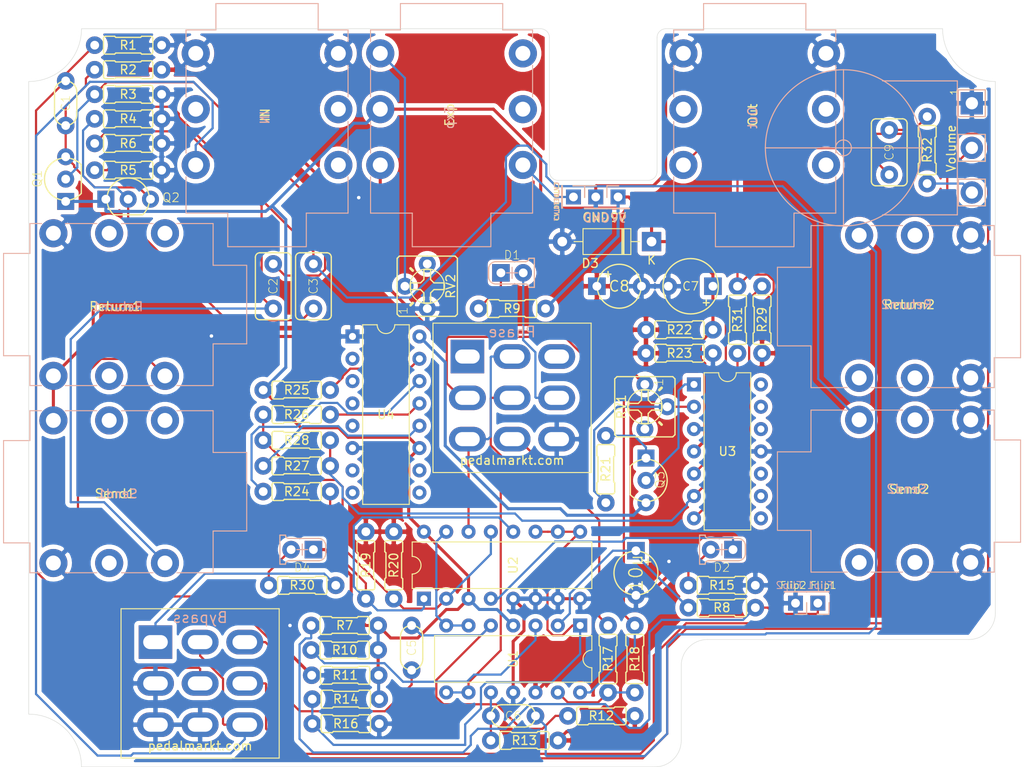
<source format=kicad_pcb>
(kicad_pcb (version 20171130) (host pcbnew "(5.1.5-0-10_14)")
  (layers (0 F.Cu signal) (31 B.Cu signal) (34 B.Paste user) (35 F.Paste user) (36 B.SilkS user) (37 F.SilkS user) (38 B.Mask user) (39 F.Mask user) (44 Edge.Cuts user))
  (net 0 "")
  (net 1 "Net-(C1-Pad2)")
  (net 2 IN)
  (net 3 FX_SEND1)
  (net 4 "Net-(C2-Pad1)")
  (net 5 FX_SEND2)
  (net 6 "Net-(C3-Pad1)")
  (net 7 GND)
  (net 8 "Net-(C4-Pad1)")
  (net 9 "Net-(C5-Pad2)")
  (net 10 FX_RETURN1)
  (net 11 "Net-(C6-Pad2)")
  (net 12 FX_RETURN2)
  (net 13 +9V)
  (net 14 +4V5)
  (net 15 "Net-(C9-Pad2)")
  (net 16 "Net-(C9-Pad1)")
  (net 17 "Net-(D1-Pad1)")
  (net 18 "Net-(D1-Pad2)")
  (net 19 "Net-(D2-Pad1)")
  (net 20 "Net-(D2-Pad2)")
  (net 21 "Net-(D4-Pad1)")
  (net 22 "Net-(H1-Pad1)")
  (net 23 "Net-(H5-Pad1)")
  (net 24 "Net-(J1-PadR)")
  (net 25 JACK_IN)
  (net 26 "Net-(J1-PadRN)")
  (net 27 "Net-(J1-PadTN)")
  (net 28 "Net-(J2-PadR)")
  (net 29 JACK_OUT)
  (net 30 "Net-(J2-PadRN)")
  (net 31 "Net-(J2-PadTN)")
  (net 32 "Net-(J3-PadR)")
  (net 33 "Net-(J3-PadRN)")
  (net 34 "Net-(J3-PadTN)")
  (net 35 "Net-(J4-PadR)")
  (net 36 "Net-(J4-PadRN)")
  (net 37 "Net-(J4-PadTN)")
  (net 38 "Net-(J5-PadR)")
  (net 39 "Net-(J5-PadRN)")
  (net 40 "Net-(J5-PadTN)")
  (net 41 "Net-(J6-PadR)")
  (net 42 "Net-(J6-PadRN)")
  (net 43 "Net-(J6-PadTN)")
  (net 44 "Net-(J7-PadS)")
  (net 45 CV)
  (net 46 "Net-(J7-PadRN)")
  (net 47 "Net-(J7-PadSN)")
  (net 48 "Net-(Q3-Pad1)")
  (net 49 "Net-(Q3-Pad2)")
  (net 50 CI)
  (net 51 "Net-(R10-Pad2)")
  (net 52 "Net-(R14-Pad1)")
  (net 53 "Net-(R17-Pad2)")
  (net 54 "Net-(R17-Pad1)")
  (net 55 "Net-(R18-Pad1)")
  (net 56 FLIP_OUT1)
  (net 57 FLIP_OUT2)
  (net 58 "Net-(R21-Pad2)")
  (net 59 "Net-(R24-Pad1)")
  (net 60 "Net-(R25-Pad1)")
  (net 61 "Net-(R26-Pad1)")
  (net 62 "Net-(R27-Pad2)")
  (net 63 MIXER_IN)
  (net 64 "Net-(R29-Pad1)")
  (net 65 "Net-(R30-Pad2)")
  (net 66 "Net-(R32-Pad1)")
  (net 67 "Net-(RV1-Pad3)")
  (net 68 "Net-(RV2-Pad3)")
  (net 69 OUT)
  (net 70 "Net-(SW1-Pad7)")
  (net 71 "Net-(SW1-Pad5)")
  (net 72 FLIP_IN2)
  (net 73 "Net-(SW1-Pad1)")
  (net 74 FLIP_IN1)
  (net 75 "Net-(U3-Pad14)")
  (net 76 "Net-(U3-Pad13)")
  (net 77 "Net-(U3-Pad12)")
  (net 78 "Net-(U3-Pad10)")
  (net 79 "Net-(U3-Pad9)")
  (net 80 "Net-(U3-Pad8)")
  (net 81 "Net-(U4-Pad8)")
  (net 82 "Net-(U4-Pad7)")
  (net 83 "Net-(U4-Pad5)")
  (net 84 "Net-(U4-Pad4)")
  (net 85 "Net-(U4-Pad3)")
  (net 86 "Net-(U4-Pad10)")
  (net 87 "Net-(U4-Pad2)")
  (net 88 "Net-(U4-Pad9)")
  (module "MBv3 caps-film:0.2%22.MED" (layer F.Cu) (at 142.926 72.06 270)
    (fp_text reference C9 (at 0 0 90) (layer F.SilkS) (effects (font (size 0.9652 0.9652) (thickness 0.08128))))
    (fp_text value 1u hide)
    (pad 2 thru_hole oval (at 2.54 0 270) (size 2 2) (drill 1) (layers *.Cu *.Mask) (net 15 "Net-(C9-Pad2)"))
    (pad 1 thru_hole oval (at -2.54 0 270) (size 2 2) (drill 1) (layers *.Cu *.Mask) (net 16 "Net-(C9-Pad1)"))
  )
  (module "MBv3 caps-film:0.2%22.SML" (layer F.Cu) (at 100.127 136.195 180)
    (fp_text reference C6 (at 0 0) (layer F.SilkS) (effects (font (size 0.9652 0.9652) (thickness 0.08128))))
    (fp_text value .1u hide)
    (pad 2 thru_hole oval (at 2.54 0 180) (size 2 2) (drill 1) (layers *.Cu *.Mask) (net 11 "Net-(C6-Pad2)"))
    (pad 1 thru_hole oval (at -2.54 0 180) (size 2 2) (drill 1) (layers *.Cu *.Mask) (net 12 FX_RETURN2))
  )
  (module "MBv3 caps-film:0.2%22.SML" (layer F.Cu) (at 88.57 128.448 90)
    (fp_text reference C5 (at 0 0 90) (layer F.SilkS) (effects (font (size 0.9652 0.9652) (thickness 0.08128))))
    (fp_text value .1u hide)
    (pad 2 thru_hole oval (at 2.54 0 90) (size 2 2) (drill 1) (layers *.Cu *.Mask) (net 9 "Net-(C5-Pad2)"))
    (pad 1 thru_hole oval (at -2.54 0 90) (size 2 2) (drill 1) (layers *.Cu *.Mask) (net 10 FX_RETURN1))
  )
  (module "MBv3 caps-film:0.2%22.SML" (layer F.Cu) (at 49.2 66.472 270)
    (fp_text reference C1 (at 0 0 90) (layer F.SilkS) (effects (font (size 0.9652 0.9652) (thickness 0.08128))))
    (fp_text value .1u hide)
    (pad 2 thru_hole oval (at 2.54 0 270) (size 2 2) (drill 1) (layers *.Cu *.Mask) (net 1 "Net-(C1-Pad2)"))
    (pad 1 thru_hole oval (at -2.54 0 270) (size 2 2) (drill 1) (layers *.Cu *.Mask) (net 2 IN))
  )
  (module Package_DIP:DIP-16_W7.62mm (layer F.Cu) (at 81.839 93.015)
    (fp_text reference U4 (at 3.81 8.89) (layer F.SilkS))
    (fp_text value LM13700)
    (pad 16 thru_hole oval (at 7.62 0) (size 1.6 1.6) (drill 0.8) (layers *.Cu *.Mask) (net 50 CI))
    (pad 8 thru_hole oval (at 0 17.78) (size 1.6 1.6) (drill 0.8) (layers *.Cu *.Mask) (net 81 "Net-(U4-Pad8)"))
    (pad 15 thru_hole oval (at 7.62 2.54) (size 1.6 1.6) (drill 0.8) (layers *.Cu *.Mask) (net 60 "Net-(R25-Pad1)"))
    (pad 7 thru_hole oval (at 0 15.24) (size 1.6 1.6) (drill 0.8) (layers *.Cu *.Mask) (net 82 "Net-(U4-Pad7)"))
    (pad 14 thru_hole oval (at 7.62 5.08) (size 1.6 1.6) (drill 0.8) (layers *.Cu *.Mask) (net 59 "Net-(R24-Pad1)"))
    (pad 6 thru_hole oval (at 0 12.7) (size 1.6 1.6) (drill 0.8) (layers *.Cu *.Mask) (net 7 GND))
    (pad 13 thru_hole oval (at 7.62 7.62) (size 1.6 1.6) (drill 0.8) (layers *.Cu *.Mask) (net 61 "Net-(R26-Pad1)"))
    (pad 5 thru_hole oval (at 0 10.16) (size 1.6 1.6) (drill 0.8) (layers *.Cu *.Mask) (net 83 "Net-(U4-Pad5)"))
    (pad 12 thru_hole oval (at 7.62 10.16) (size 1.6 1.6) (drill 0.8) (layers *.Cu *.Mask) (net 62 "Net-(R27-Pad2)"))
    (pad 4 thru_hole oval (at 0 7.62) (size 1.6 1.6) (drill 0.8) (layers *.Cu *.Mask) (net 84 "Net-(U4-Pad4)"))
    (pad 11 thru_hole oval (at 7.62 12.7) (size 1.6 1.6) (drill 0.8) (layers *.Cu *.Mask) (net 13 +9V))
    (pad 3 thru_hole oval (at 0 5.08) (size 1.6 1.6) (drill 0.8) (layers *.Cu *.Mask) (net 85 "Net-(U4-Pad3)"))
    (pad 10 thru_hole oval (at 7.62 15.24) (size 1.6 1.6) (drill 0.8) (layers *.Cu *.Mask) (net 86 "Net-(U4-Pad10)"))
    (pad 2 thru_hole oval (at 0 2.54) (size 1.6 1.6) (drill 0.8) (layers *.Cu *.Mask) (net 87 "Net-(U4-Pad2)"))
    (pad 9 thru_hole oval (at 7.62 17.78) (size 1.6 1.6) (drill 0.8) (layers *.Cu *.Mask) (net 88 "Net-(U4-Pad9)"))
    (pad 1 thru_hole rect (at 0 0) (size 1.6 1.6) (drill 0.8) (layers *.Cu *.Mask) (net 7 GND))
  )
  (module Package_DIP:DIP-14_W7.62mm (layer F.Cu) (at 120.701 98.476)
    (fp_text reference U3 (at 3.81 7.62) (layer F.SilkS))
    (fp_text value LM324)
    (pad 14 thru_hole oval (at 7.62 0) (size 1.6 1.6) (drill 0.8) (layers *.Cu *.Mask) (net 75 "Net-(U3-Pad14)"))
    (pad 7 thru_hole oval (at 0 15.24) (size 1.6 1.6) (drill 0.8) (layers *.Cu *.Mask) (net 15 "Net-(C9-Pad2)"))
    (pad 13 thru_hole oval (at 7.62 2.54) (size 1.6 1.6) (drill 0.8) (layers *.Cu *.Mask) (net 76 "Net-(U3-Pad13)"))
    (pad 6 thru_hole oval (at 0 12.7) (size 1.6 1.6) (drill 0.8) (layers *.Cu *.Mask) (net 63 MIXER_IN))
    (pad 12 thru_hole oval (at 7.62 5.08) (size 1.6 1.6) (drill 0.8) (layers *.Cu *.Mask) (net 77 "Net-(U3-Pad12)"))
    (pad 5 thru_hole oval (at 0 10.16) (size 1.6 1.6) (drill 0.8) (layers *.Cu *.Mask) (net 64 "Net-(R29-Pad1)"))
    (pad 11 thru_hole oval (at 7.62 7.62) (size 1.6 1.6) (drill 0.8) (layers *.Cu *.Mask) (net 7 GND))
    (pad 4 thru_hole oval (at 0 7.62) (size 1.6 1.6) (drill 0.8) (layers *.Cu *.Mask) (net 13 +9V))
    (pad 10 thru_hole oval (at 7.62 10.16) (size 1.6 1.6) (drill 0.8) (layers *.Cu *.Mask) (net 78 "Net-(U3-Pad10)"))
    (pad 3 thru_hole oval (at 0 5.08) (size 1.6 1.6) (drill 0.8) (layers *.Cu *.Mask) (net 7 GND))
    (pad 9 thru_hole oval (at 7.62 12.7) (size 1.6 1.6) (drill 0.8) (layers *.Cu *.Mask) (net 79 "Net-(U3-Pad9)"))
    (pad 2 thru_hole oval (at 0 2.54) (size 1.6 1.6) (drill 0.8) (layers *.Cu *.Mask) (net 58 "Net-(R21-Pad2)"))
    (pad 8 thru_hole oval (at 7.62 15.24) (size 1.6 1.6) (drill 0.8) (layers *.Cu *.Mask) (net 80 "Net-(U3-Pad8)"))
    (pad 1 thru_hole rect (at 0 0) (size 1.6 1.6) (drill 0.8) (layers *.Cu *.Mask) (net 49 "Net-(Q3-Pad2)"))
  )
  (module Package_DIP:DIP-16_W7.62mm (layer F.Cu) (at 89.967 122.86 90)
    (fp_text reference U2 (at 3.81 10.16 90) (layer F.SilkS))
    (fp_text value CD4053B)
    (pad 16 thru_hole oval (at 7.62 0 90) (size 1.6 1.6) (drill 0.8) (layers *.Cu *.Mask) (net 13 +9V))
    (pad 8 thru_hole oval (at 0 17.78 90) (size 1.6 1.6) (drill 0.8) (layers *.Cu *.Mask) (net 7 GND))
    (pad 15 thru_hole oval (at 7.62 2.54 90) (size 1.6 1.6) (drill 0.8) (layers *.Cu *.Mask) (net 74 FLIP_IN1))
    (pad 7 thru_hole oval (at 0 15.24 90) (size 1.6 1.6) (drill 0.8) (layers *.Cu *.Mask) (net 7 GND))
    (pad 14 thru_hole oval (at 7.62 5.08 90) (size 1.6 1.6) (drill 0.8) (layers *.Cu *.Mask) (net 72 FLIP_IN2))
    (pad 6 thru_hole oval (at 0 12.7 90) (size 1.6 1.6) (drill 0.8) (layers *.Cu *.Mask) (net 7 GND))
    (pad 13 thru_hole oval (at 7.62 7.62 90) (size 1.6 1.6) (drill 0.8) (layers *.Cu *.Mask) (net 57 FLIP_OUT2))
    (pad 5 thru_hole oval (at 0 10.16 90) (size 1.6 1.6) (drill 0.8) (layers *.Cu *.Mask) (net 7 GND))
    (pad 12 thru_hole oval (at 7.62 10.16 90) (size 1.6 1.6) (drill 0.8) (layers *.Cu *.Mask) (net 56 FLIP_OUT1))
    (pad 4 thru_hole oval (at 0 7.62 90) (size 1.6 1.6) (drill 0.8) (layers *.Cu *.Mask) (net 20 "Net-(D2-Pad2)"))
    (pad 11 thru_hole oval (at 7.62 12.7 90) (size 1.6 1.6) (drill 0.8) (layers *.Cu *.Mask) (net 52 "Net-(R14-Pad1)"))
    (pad 3 thru_hole oval (at 0 5.08 90) (size 1.6 1.6) (drill 0.8) (layers *.Cu *.Mask) (net 13 +9V))
    (pad 10 thru_hole oval (at 7.62 15.24 90) (size 1.6 1.6) (drill 0.8) (layers *.Cu *.Mask) (net 52 "Net-(R14-Pad1)"))
    (pad 2 thru_hole oval (at 0 2.54 90) (size 1.6 1.6) (drill 0.8) (layers *.Cu *.Mask) (net 57 FLIP_OUT2))
    (pad 9 thru_hole oval (at 7.62 17.78 90) (size 1.6 1.6) (drill 0.8) (layers *.Cu *.Mask) (net 52 "Net-(R14-Pad1)"))
    (pad 1 thru_hole rect (at 0 0 90) (size 1.6 1.6) (drill 0.8) (layers *.Cu *.Mask) (net 56 FLIP_OUT1))
  )
  (module Package_DIP:DIP-14_W7.62mm (layer F.Cu) (at 107.747 125.908 270)
    (fp_text reference U1 (at 3.81 7.62 90) (layer F.SilkS))
    (fp_text value LM324)
    (pad 14 thru_hole oval (at 7.62 0 270) (size 1.6 1.6) (drill 0.8) (layers *.Cu *.Mask) (net 55 "Net-(R18-Pad1)"))
    (pad 7 thru_hole oval (at 0 15.24 270) (size 1.6 1.6) (drill 0.8) (layers *.Cu *.Mask) (net 74 FLIP_IN1))
    (pad 13 thru_hole oval (at 7.62 2.54 270) (size 1.6 1.6) (drill 0.8) (layers *.Cu *.Mask) (net 54 "Net-(R17-Pad1)"))
    (pad 6 thru_hole oval (at 0 12.7 270) (size 1.6 1.6) (drill 0.8) (layers *.Cu *.Mask) (net 74 FLIP_IN1))
    (pad 12 thru_hole oval (at 7.62 5.08 270) (size 1.6 1.6) (drill 0.8) (layers *.Cu *.Mask) (net 14 +4V5))
    (pad 5 thru_hole oval (at 0 10.16 270) (size 1.6 1.6) (drill 0.8) (layers *.Cu *.Mask) (net 9 "Net-(C5-Pad2)"))
    (pad 11 thru_hole oval (at 7.62 7.62 270) (size 1.6 1.6) (drill 0.8) (layers *.Cu *.Mask) (net 7 GND))
    (pad 4 thru_hole oval (at 0 7.62 270) (size 1.6 1.6) (drill 0.8) (layers *.Cu *.Mask) (net 13 +9V))
    (pad 10 thru_hole oval (at 7.62 10.16 270) (size 1.6 1.6) (drill 0.8) (layers *.Cu *.Mask) (net 11 "Net-(C6-Pad2)"))
    (pad 3 thru_hole oval (at 0 5.08 270) (size 1.6 1.6) (drill 0.8) (layers *.Cu *.Mask) (net 51 "Net-(R10-Pad2)"))
    (pad 9 thru_hole oval (at 7.62 12.7 270) (size 1.6 1.6) (drill 0.8) (layers *.Cu *.Mask) (net 71 "Net-(SW1-Pad5)"))
    (pad 2 thru_hole oval (at 0 2.54 270) (size 1.6 1.6) (drill 0.8) (layers *.Cu *.Mask) (net 8 "Net-(C4-Pad1)"))
    (pad 8 thru_hole oval (at 7.62 15.24 270) (size 1.6 1.6) (drill 0.8) (layers *.Cu *.Mask) (net 71 "Net-(SW1-Pad5)"))
    (pad 1 thru_hole rect (at 0 0 270) (size 1.6 1.6) (drill 0.8) (layers *.Cu *.Mask) (net 52 "Net-(R14-Pad1)"))
  )
  (module pedal-component-footprint:3PDT.LUGS.FLPVSK (layer F.Cu) (at 64.5 132.5)
    (fp_text reference SW2)
    (fp_text value Bypass (at 0 -7.5) (layer B.SilkS) (effects (font (size 1.2065 1.2065) (thickness 0.1524)) (justify mirror)))
    (fp_text user pedalmarkt.com (at 0 7.112) (layer F.SilkS))
    (pad 9 thru_hole oval (at 5.08 4.7 180) (size 4.2 2.8) (drill oval 2.8 1.6) (layers *.Cu *.Mask) (net 25 JACK_IN))
    (pad 8 thru_hole oval (at 5.08 0 180) (size 4.2 2.8) (drill oval 2.8 1.6) (layers *.Cu *.Mask) (net 29 JACK_OUT))
    (pad 7 thru_hole oval (at 5.08 -4.7 180) (size 4.2 2.8) (drill oval 2.8 1.6) (layers *.Cu *.Mask) (net 69 OUT))
    (pad 6 thru_hole oval (at 0 4.7 180) (size 4.2 2.8) (drill oval 2.8 1.6) (layers *.Cu *.Mask) (net 7 GND))
    (pad 5 thru_hole oval (at 0 0 180) (size 4.2 2.8) (drill oval 2.8 1.6) (layers *.Cu *.Mask) (net 2 IN))
    (pad 4 thru_hole oval (at 0 -4.7 180) (size 4.2 2.8) (drill oval 2.8 1.6) (layers *.Cu *.Mask) (net 25 JACK_IN))
    (pad 3 thru_hole oval (at -5.08 4.7 180) (size 4.2 2.8) (drill oval 2.8 1.6) (layers *.Cu *.Mask) (net 7 GND))
    (pad 2 thru_hole oval (at -5.08 0 180) (size 4.2 2.8) (drill oval 2.8 1.6) (layers *.Cu *.Mask) (net 7 GND))
    (pad 1 thru_hole rect (at -5.08 -4.7 180) (size 3.816 3.816) (drill oval 2.8 1.6) (layers *.Cu *.Mask) (net 65 "Net-(R30-Pad2)"))
  )
  (module pedal-component-footprint:3PDT.LUGS.FLPVSK (layer F.Cu) (at 100 100)
    (fp_text reference SW1)
    (fp_text value Phase (at 0 -7.5) (layer B.SilkS) (effects (font (size 1.2065 1.2065) (thickness 0.1524)) (justify mirror)))
    (fp_text user pedalmarkt.com (at 0 7.112) (layer F.SilkS))
    (pad 9 thru_hole oval (at 5.08 4.7 180) (size 4.2 2.8) (drill oval 2.8 1.6) (layers *.Cu *.Mask) (net 7 GND))
    (pad 8 thru_hole oval (at 5.08 0 180) (size 4.2 2.8) (drill oval 2.8 1.6) (layers *.Cu *.Mask) (net 17 "Net-(D1-Pad1)"))
    (pad 7 thru_hole oval (at 5.08 -4.7 180) (size 4.2 2.8) (drill oval 2.8 1.6) (layers *.Cu *.Mask) (net 70 "Net-(SW1-Pad7)"))
    (pad 6 thru_hole oval (at 0 4.7 180) (size 4.2 2.8) (drill oval 2.8 1.6) (layers *.Cu *.Mask) (net 53 "Net-(R17-Pad2)"))
    (pad 5 thru_hole oval (at 0 0 180) (size 4.2 2.8) (drill oval 2.8 1.6) (layers *.Cu *.Mask) (net 71 "Net-(SW1-Pad5)"))
    (pad 4 thru_hole oval (at 0 -4.7 180) (size 4.2 2.8) (drill oval 2.8 1.6) (layers *.Cu *.Mask) (net 72 FLIP_IN2))
    (pad 3 thru_hole oval (at -5.08 4.7 180) (size 4.2 2.8) (drill oval 2.8 1.6) (layers *.Cu *.Mask) (net 72 FLIP_IN2))
    (pad 2 thru_hole oval (at -5.08 0 180) (size 4.2 2.8) (drill oval 2.8 1.6) (layers *.Cu *.Mask) (net 55 "Net-(R18-Pad1)"))
    (pad 1 thru_hole rect (at -5.08 -4.7 180) (size 3.816 3.816) (drill oval 2.8 1.6) (layers *.Cu *.Mask) (net 73 "Net-(SW1-Pad1)"))
  )
  (module "MBv3 potentiometers:16MM_B.MOUNT" (layer F.Cu) (at 152.324 71.552 90)
    (fp_text reference RV3 hide)
    (fp_text value Volume (at -0.0635 -2.3495 90) (layer F.SilkS))
    (fp_text user 1 (at 6.35 -2.032 90) (layer F.SilkS) (effects (font (size 0.77216 0.77216) (thickness 0.097536))))
    (pad 1 thru_hole rect (at 5.08 0 270) (size 2.54 2.54) (drill 1.4) (layers *.Cu *.Mask) (net 7 GND))
    (pad 2 thru_hole oval (at 0 0 270) (size 2.54 2.54) (drill 1.4) (layers *.Cu *.Mask) (net 69 OUT))
    (pad 3 thru_hole oval (at -5.08 0 270) (size 2.54 2.54) (drill 1.4) (layers *.Cu *.Mask) (net 66 "Net-(R32-Pad1)"))
  )
  (module "MBv3 potentiometers:TRIM1" (layer F.Cu) (at 90.348 87.3 90)
    (fp_text reference RV2 (at 0 2.667 90) (layer F.SilkS))
    (fp_text value 5K hide)
    (fp_text user 1 (at -3.302 -2.159 90) (layer F.SilkS) (effects (font (size 0.9652 0.9652) (thickness 0.08128)) (justify left bottom)))
    (pad 3 thru_hole oval (at 2.54 0 90) (size 1.9304 1.9304) (drill 1) (layers *.Cu *.Mask) (net 68 "Net-(RV2-Pad3)"))
    (pad 2 thru_hole oval (at 0 -2.54 90) (size 1.9304 1.9304) (drill 1) (layers *.Cu *.Mask) (net 44 "Net-(J7-PadS)"))
    (pad 1 thru_hole oval (at -2.54 0 90) (size 1.9304 1.9304) (drill 1) (layers *.Cu *.Mask) (net 7 GND))
  )
  (module "MBv3 potentiometers:TRIM1" (layer F.Cu) (at 115.113 101.016 270)
    (fp_text reference RV1 (at 0 2.667 90) (layer F.SilkS))
    (fp_text value 10K hide)
    (fp_text user 1 (at -3.302 -2.159 90) (layer F.SilkS) (effects (font (size 0.9652 0.9652) (thickness 0.08128)) (justify right bottom)))
    (pad 3 thru_hole oval (at 2.54 0 270) (size 1.9304 1.9304) (drill 1) (layers *.Cu *.Mask) (net 67 "Net-(RV1-Pad3)"))
    (pad 2 thru_hole oval (at 0 -2.54 270) (size 1.9304 1.9304) (drill 1) (layers *.Cu *.Mask) (net 58 "Net-(R21-Pad2)"))
    (pad 1 thru_hole oval (at -2.54 0 270) (size 1.9304 1.9304) (drill 1) (layers *.Cu *.Mask) (net 45 CV))
  )
  (module "MBv3 resistors:0.3_22.B" (layer F.Cu) (at 147.244 71.806 90)
    (fp_text reference R32 (at 0 0 90) (layer F.SilkS))
    (fp_text value 1K hide)
    (pad 2 thru_hole oval (at 3.81 0 90) (size 2 2) (drill 1) (layers *.Cu *.Mask) (net 16 "Net-(C9-Pad1)"))
    (pad 1 thru_hole oval (at -3.81 0 90) (size 2 2) (drill 1) (layers *.Cu *.Mask) (net 66 "Net-(R32-Pad1)"))
  )
  (module "MBv3 resistors:0.3_22.B" (layer F.Cu) (at 125.654 91.11 270)
    (fp_text reference R31 (at 0 0 90) (layer F.SilkS))
    (fp_text value 10k hide)
    (pad 2 thru_hole oval (at 3.81 0 270) (size 2 2) (drill 1) (layers *.Cu *.Mask) (net 63 MIXER_IN))
    (pad 1 thru_hole oval (at -3.81 0 270) (size 2 2) (drill 1) (layers *.Cu *.Mask) (net 15 "Net-(C9-Pad2)"))
  )
  (module "MBv3 resistors:0.3_22.B" (layer F.Cu) (at 76.124 121.336)
    (fp_text reference R30 (at 0 0) (layer F.SilkS))
    (fp_text value Rled hide)
    (pad 2 thru_hole oval (at 3.81 0) (size 2 2) (drill 1) (layers *.Cu *.Mask) (net 65 "Net-(R30-Pad2)"))
    (pad 1 thru_hole oval (at -3.81 0) (size 2 2) (drill 1) (layers *.Cu *.Mask) (net 21 "Net-(D4-Pad1)"))
  )
  (module "MBv3 resistors:0.3_22.B" (layer F.Cu) (at 128.448 91.11 270)
    (fp_text reference R29 (at 0 0 90) (layer F.SilkS))
    (fp_text value 10k hide)
    (pad 2 thru_hole oval (at 3.81 0 270) (size 2 2) (drill 1) (layers *.Cu *.Mask) (net 14 +4V5))
    (pad 1 thru_hole oval (at -3.81 0 270) (size 2 2) (drill 1) (layers *.Cu *.Mask) (net 64 "Net-(R29-Pad1)"))
  )
  (module "MBv3 resistors:0.3_22.B" (layer F.Cu) (at 75.489 104.826 180)
    (fp_text reference R28 (at 0 0) (layer F.SilkS))
    (fp_text value 10k hide)
    (pad 2 thru_hole oval (at 3.81 0 180) (size 2 2) (drill 1) (layers *.Cu *.Mask) (net 57 FLIP_OUT2))
    (pad 1 thru_hole oval (at -3.81 0 180) (size 2 2) (drill 1) (layers *.Cu *.Mask) (net 63 MIXER_IN))
  )
  (module "MBv3 resistors:0.3_22.B" (layer F.Cu) (at 75.489 107.747 180)
    (fp_text reference R27 (at 0 0) (layer F.SilkS))
    (fp_text value 10k hide)
    (pad 2 thru_hole oval (at 3.81 0 180) (size 2 2) (drill 1) (layers *.Cu *.Mask) (net 62 "Net-(R27-Pad2)"))
    (pad 1 thru_hole oval (at -3.81 0 180) (size 2 2) (drill 1) (layers *.Cu *.Mask) (net 63 MIXER_IN))
  )
  (module "MBv3 resistors:0.3_22.B" (layer F.Cu) (at 75.489 101.905 180)
    (fp_text reference R26 (at 0 0) (layer F.SilkS))
    (fp_text value 10K hide)
    (pad 2 thru_hole oval (at 3.81 0 180) (size 2 2) (drill 1) (layers *.Cu *.Mask) (net 57 FLIP_OUT2))
    (pad 1 thru_hole oval (at -3.81 0 180) (size 2 2) (drill 1) (layers *.Cu *.Mask) (net 61 "Net-(R26-Pad1)"))
  )
  (module "MBv3 resistors:0.3_22.B" (layer F.Cu) (at 75.489 99.111 180)
    (fp_text reference R25 (at 0 0) (layer F.SilkS))
    (fp_text value 10K hide)
    (pad 2 thru_hole oval (at 3.81 0 180) (size 2 2) (drill 1) (layers *.Cu *.Mask) (net 13 +9V))
    (pad 1 thru_hole oval (at -3.81 0 180) (size 2 2) (drill 1) (layers *.Cu *.Mask) (net 60 "Net-(R25-Pad1)"))
  )
  (module "MBv3 resistors:0.3_22.B" (layer F.Cu) (at 75.489 110.668)
    (fp_text reference R24 (at 0 0) (layer F.SilkS))
    (fp_text value 10K hide)
    (pad 2 thru_hole oval (at 3.81 0) (size 2 2) (drill 1) (layers *.Cu *.Mask) (net 56 FLIP_OUT1))
    (pad 1 thru_hole oval (at -3.81 0) (size 2 2) (drill 1) (layers *.Cu *.Mask) (net 59 "Net-(R24-Pad1)"))
  )
  (module "MBv3 resistors:0.3_22.B" (layer F.Cu) (at 119.05 94.92)
    (fp_text reference R23 (at 0 0) (layer F.SilkS))
    (fp_text value 10k hide)
    (pad 2 thru_hole oval (at 3.81 0) (size 2 2) (drill 1) (layers *.Cu *.Mask) (net 7 GND))
    (pad 1 thru_hole oval (at -3.81 0) (size 2 2) (drill 1) (layers *.Cu *.Mask) (net 14 +4V5))
  )
  (module "MBv3 resistors:0.3_22.B" (layer F.Cu) (at 119.05 92.253 180)
    (fp_text reference R22 (at 0 0) (layer F.SilkS))
    (fp_text value 10k hide)
    (pad 2 thru_hole oval (at 3.81 0 180) (size 2 2) (drill 1) (layers *.Cu *.Mask) (net 14 +4V5))
    (pad 1 thru_hole oval (at -3.81 0 180) (size 2 2) (drill 1) (layers *.Cu *.Mask) (net 13 +9V))
  )
  (module "MBv3 resistors:0.3_22.B" (layer F.Cu) (at 110.668 108.128 270)
    (fp_text reference R21 (at 0 0 90) (layer F.SilkS))
    (fp_text value 1K hide)
    (pad 2 thru_hole oval (at 3.81 0 270) (size 2 2) (drill 1) (layers *.Cu *.Mask) (net 58 "Net-(R21-Pad2)"))
    (pad 1 thru_hole oval (at -3.81 0 270) (size 2 2) (drill 1) (layers *.Cu *.Mask) (net 48 "Net-(Q3-Pad1)"))
  )
  (module "MBv3 resistors:0.3_22.B" (layer F.Cu) (at 86.538 119.05 90)
    (fp_text reference R20 (at 0 0 90) (layer F.SilkS))
    (fp_text value 1M hide)
    (pad 2 thru_hole oval (at 3.81 0 90) (size 2 2) (drill 1) (layers *.Cu *.Mask) (net 14 +4V5))
    (pad 1 thru_hole oval (at -3.81 0 90) (size 2 2) (drill 1) (layers *.Cu *.Mask) (net 57 FLIP_OUT2))
  )
  (module "MBv3 resistors:0.3_22.B" (layer F.Cu) (at 83.363 119.05 90)
    (fp_text reference R19 (at 0 0 90) (layer F.SilkS))
    (fp_text value 1M hide)
    (pad 2 thru_hole oval (at 3.81 0 90) (size 2 2) (drill 1) (layers *.Cu *.Mask) (net 14 +4V5))
    (pad 1 thru_hole oval (at -3.81 0 90) (size 2 2) (drill 1) (layers *.Cu *.Mask) (net 56 FLIP_OUT1))
  )
  (module "MBv3 resistors:0.3_22.B" (layer F.Cu) (at 113.97 129.718 270)
    (fp_text reference R18 (at 0 0 90) (layer F.SilkS))
    (fp_text value 1K hide)
    (pad 2 thru_hole oval (at 3.81 0 270) (size 2 2) (drill 1) (layers *.Cu *.Mask) (net 54 "Net-(R17-Pad1)"))
    (pad 1 thru_hole oval (at -3.81 0 270) (size 2 2) (drill 1) (layers *.Cu *.Mask) (net 55 "Net-(R18-Pad1)"))
  )
  (module "MBv3 resistors:0.3_22.B" (layer F.Cu) (at 110.922 129.718 90)
    (fp_text reference R17 (at 0 0 90) (layer F.SilkS))
    (fp_text value 1K hide)
    (pad 2 thru_hole oval (at 3.81 0 90) (size 2 2) (drill 1) (layers *.Cu *.Mask) (net 53 "Net-(R17-Pad2)"))
    (pad 1 thru_hole oval (at -3.81 0 90) (size 2 2) (drill 1) (layers *.Cu *.Mask) (net 54 "Net-(R17-Pad1)"))
  )
  (module "MBv3 resistors:0.3_22.B" (layer F.Cu) (at 81.077 137.084 180)
    (fp_text reference R16 (at 0 0) (layer F.SilkS))
    (fp_text value 100K hide)
    (pad 2 thru_hole oval (at 3.81 0 180) (size 2 2) (drill 1) (layers *.Cu *.Mask) (net 52 "Net-(R14-Pad1)"))
    (pad 1 thru_hole oval (at -3.81 0 180) (size 2 2) (drill 1) (layers *.Cu *.Mask) (net 7 GND))
  )
  (module "MBv3 resistors:0.3_22.B" (layer F.Cu) (at 123.876 121.336)
    (fp_text reference R15 (at 0 0) (layer F.SilkS))
    (fp_text value Rled hide)
    (pad 1 thru_hole oval (at -3.81 0) (size 2 2) (drill 1) (layers *.Cu *.Mask) (net 19 "Net-(D2-Pad1)"))
    (pad 2 thru_hole oval (at 3.81 0) (size 2 2) (drill 1) (layers *.Cu *.Mask) (net 7 GND))
  )
  (module "MBv3 resistors:0.3_22.B" (layer F.Cu) (at 81.077 134.29)
    (fp_text reference R14 (at 0 0) (layer F.SilkS))
    (fp_text value 7.5K hide)
    (pad 2 thru_hole oval (at 3.81 0) (size 2 2) (drill 1) (layers *.Cu *.Mask) (net 13 +9V))
    (pad 1 thru_hole oval (at -3.81 0) (size 2 2) (drill 1) (layers *.Cu *.Mask) (net 52 "Net-(R14-Pad1)"))
  )
  (module "MBv3 resistors:0.3_22.B" (layer F.Cu) (at 101.397 138.989 180)
    (fp_text reference R13 (at 0 0) (layer F.SilkS))
    (fp_text value 1M hide)
    (pad 2 thru_hole oval (at 3.81 0 180) (size 2 2) (drill 1) (layers *.Cu *.Mask) (net 11 "Net-(C6-Pad2)"))
    (pad 1 thru_hole oval (at -3.81 0 180) (size 2 2) (drill 1) (layers *.Cu *.Mask) (net 14 +4V5))
  )
  (module "MBv3 resistors:0.3_22.B" (layer F.Cu) (at 110.16 136.195 180)
    (fp_text reference R12 (at 0 0) (layer F.SilkS))
    (fp_text value 1M hide)
    (pad 2 thru_hole oval (at 3.81 0 180) (size 2 2) (drill 1) (layers *.Cu *.Mask) (net 9 "Net-(C5-Pad2)"))
    (pad 1 thru_hole oval (at -3.81 0 180) (size 2 2) (drill 1) (layers *.Cu *.Mask) (net 14 +4V5))
  )
  (module "MBv3 resistors:0.3_22.B" (layer F.Cu) (at 81.005799 131.572)
    (fp_text reference R11 (at 0 0) (layer F.SilkS))
    (fp_text value 10K hide)
    (pad 2 thru_hole oval (at 3.81 0) (size 2 2) (drill 1) (layers *.Cu *.Mask) (net 13 +9V))
    (pad 1 thru_hole oval (at -3.81 0) (size 2 2) (drill 1) (layers *.Cu *.Mask) (net 7 GND))
  )
  (module "MBv3 resistors:0.3_22.B" (layer F.Cu) (at 80.95 128.702 180)
    (fp_text reference R10 (at 0 0) (layer F.SilkS))
    (fp_text value 10K hide)
    (pad 2 thru_hole oval (at 3.81 0 180) (size 2 2) (drill 1) (layers *.Cu *.Mask) (net 51 "Net-(R10-Pad2)"))
    (pad 1 thru_hole oval (at -3.81 0 180) (size 2 2) (drill 1) (layers *.Cu *.Mask) (net 13 +9V))
  )
  (module "MBv3 resistors:0.3_22.B" (layer F.Cu) (at 100 89.84)
    (fp_text reference R9 (at 0 0) (layer F.SilkS))
    (fp_text value Rled hide)
    (pad 2 thru_hole oval (at 3.81 0) (size 2 2) (drill 1) (layers *.Cu *.Mask) (net 13 +9V))
    (pad 1 thru_hole oval (at -3.81 0) (size 2 2) (drill 1) (layers *.Cu *.Mask) (net 18 "Net-(D1-Pad2)"))
  )
  (module "MBv3 resistors:0.3_22.B" (layer F.Cu) (at 123.876 123.876)
    (fp_text reference R8 (at 0 0) (layer F.SilkS))
    (fp_text value 470 hide)
    (pad 2 thru_hole oval (at 3.81 0) (size 2 2) (drill 1) (layers *.Cu *.Mask) (net 22 "Net-(H1-Pad1)"))
    (pad 1 thru_hole oval (at -3.81 0) (size 2 2) (drill 1) (layers *.Cu *.Mask) (net 8 "Net-(C4-Pad1)"))
  )
  (module "MBv3 resistors:0.3_22.B" (layer F.Cu) (at 80.95 125.908)
    (fp_text reference R7 (at 0 0) (layer F.SilkS))
    (fp_text value 2.4K hide)
    (pad 2 thru_hole oval (at 3.81 0) (size 2 2) (drill 1) (layers *.Cu *.Mask) (net 13 +9V))
    (pad 1 thru_hole oval (at -3.81 0) (size 2 2) (drill 1) (layers *.Cu *.Mask) (net 22 "Net-(H1-Pad1)"))
  )
  (module "MBv3 resistors:0.3_22.B" (layer F.Cu) (at 56.312 71.044 180)
    (fp_text reference R6 (at 0 0) (layer F.SilkS))
    (fp_text value 100K hide)
    (pad 2 thru_hole oval (at 3.81 0 180) (size 2 2) (drill 1) (layers *.Cu *.Mask) (net 5 FX_SEND2))
    (pad 1 thru_hole oval (at -3.81 0 180) (size 2 2) (drill 1) (layers *.Cu *.Mask) (net 7 GND))
  )
  (module "MBv3 resistors:0.3_22.B" (layer F.Cu) (at 56.312 74.092 180)
    (fp_text reference R5 (at 0 0) (layer F.SilkS))
    (fp_text value 100K hide)
    (pad 2 thru_hole oval (at 3.81 0 180) (size 2 2) (drill 1) (layers *.Cu *.Mask) (net 3 FX_SEND1))
    (pad 1 thru_hole oval (at -3.81 0 180) (size 2 2) (drill 1) (layers *.Cu *.Mask) (net 7 GND))
  )
  (module "MBv3 resistors:0.3_22.B" (layer F.Cu) (at 56.312 68.25 180)
    (fp_text reference R4 (at 0 0) (layer F.SilkS))
    (fp_text value 10K hide)
    (pad 2 thru_hole oval (at 3.81 0 180) (size 2 2) (drill 1) (layers *.Cu *.Mask) (net 6 "Net-(C3-Pad1)"))
    (pad 1 thru_hole oval (at -3.81 0 180) (size 2 2) (drill 1) (layers *.Cu *.Mask) (net 7 GND))
  )
  (module "MBv3 resistors:0.3_22.B" (layer F.Cu) (at 56.312 65.456 180)
    (fp_text reference R3 (at 0 0) (layer F.SilkS))
    (fp_text value 10K hide)
    (pad 2 thru_hole oval (at 3.81 0 180) (size 2 2) (drill 1) (layers *.Cu *.Mask) (net 4 "Net-(C2-Pad1)"))
    (pad 1 thru_hole oval (at -3.81 0 180) (size 2 2) (drill 1) (layers *.Cu *.Mask) (net 7 GND))
  )
  (module "MBv3 resistors:0.3_22.B" (layer F.Cu) (at 56.312 62.662)
    (fp_text reference R2 (at 0 0) (layer F.SilkS))
    (fp_text value 1M hide)
    (pad 2 thru_hole oval (at 3.81 0) (size 2 2) (drill 1) (layers *.Cu *.Mask) (net 14 +4V5))
    (pad 1 thru_hole oval (at -3.81 0) (size 2 2) (drill 1) (layers *.Cu *.Mask) (net 1 "Net-(C1-Pad2)"))
  )
  (module "MBv3 resistors:0.3_22.B" (layer F.Cu) (at 56.312 59.868 180)
    (fp_text reference R1 (at 0 0) (layer F.SilkS))
    (fp_text value 10M hide)
    (pad 2 thru_hole oval (at 3.81 0 180) (size 2 2) (drill 1) (layers *.Cu *.Mask) (net 2 IN))
    (pad 1 thru_hole oval (at -3.81 0 180) (size 2 2) (drill 1) (layers *.Cu *.Mask) (net 7 GND))
  )
  (module "MBv3 transistors-BJT:TO92" (layer F.Cu) (at 115.24 109.398 90)
    (fp_text reference Q3 (at 1.143 1.016 90) (layer F.SilkS) (effects (font (thickness 0.1)) (justify right top)))
    (fp_text value Q_PNP_EBC hide)
    (pad 1 thru_hole rect (at 2.54 0 270) (size 1.9304 1.9304) (drill 1) (layers *.Cu *.Mask) (net 48 "Net-(Q3-Pad1)"))
    (pad 2 thru_hole oval (at 0 0 270) (size 1.9304 1.9304) (drill 1) (layers *.Cu *.Mask) (net 49 "Net-(Q3-Pad2)"))
    (pad 3 thru_hole oval (at -2.54 0 270) (size 1.9304 1.9304) (drill 1) (layers *.Cu *.Mask) (net 50 CI))
  )
  (module "MBv3 transistors-BJT:TO92" (layer F.Cu) (at 56.312 77.394 180)
    (fp_text reference Q2 (at -3.81 0.762) (layer F.SilkS) (effects (font (thickness 0.1)) (justify left top)))
    (fp_text value J201 hide)
    (pad 1 thru_hole rect (at 2.54 0) (size 1.9304 1.9304) (drill 1) (layers *.Cu *.Mask) (net 13 +9V))
    (pad 2 thru_hole oval (at 0 0) (size 1.9304 1.9304) (drill 1) (layers *.Cu *.Mask) (net 6 "Net-(C3-Pad1)"))
    (pad 3 thru_hole oval (at -2.54 0) (size 1.9304 1.9304) (drill 1) (layers *.Cu *.Mask) (net 1 "Net-(C1-Pad2)"))
  )
  (module "MBv3 transistors-BJT:TO92" (layer F.Cu) (at 49.2 75.108 270)
    (fp_text reference Q1 (at 1.016 3.81 90) (layer F.SilkS) (effects (font (thickness 0.1)) (justify left top)))
    (fp_text value J201 hide)
    (pad 1 thru_hole rect (at 2.54 0 90) (size 1.9304 1.9304) (drill 1) (layers *.Cu *.Mask) (net 13 +9V))
    (pad 2 thru_hole oval (at 0 0 90) (size 1.9304 1.9304) (drill 1) (layers *.Cu *.Mask) (net 4 "Net-(C2-Pad1)"))
    (pad 3 thru_hole oval (at -2.54 0 90) (size 1.9304 1.9304) (drill 1) (layers *.Cu *.Mask) (net 1 "Net-(C1-Pad2)"))
  )
  (module pedal-component-footprint:Jack_6.35mm_Neutrik_NMJ6HCD3_Horizontal (layer F.Cu) (at 85 73.5 90)
    (fp_text reference J7)
    (fp_text value Exp (at 5.3975 7.874 90) (layer B.SilkS) (effects (justify mirror)))
    (fp_text user %V (at 5.7 7.9 90) (layer F.SilkS))
    (pad R thru_hole circle (at 6.35 0 90) (size 3.2 3.2) (drill 1.7) (layers *.Cu *.Mask) (net 13 +9V))
    (pad S thru_hole circle (at 12.7 0 90) (size 3.2 3.2) (drill 1.7) (layers *.Cu *.Mask) (net 44 "Net-(J7-PadS)"))
    (pad T thru_hole circle (at 0 0 90) (size 3.2 3.2) (drill 1.7) (layers *.Cu *.Mask) (net 45 CV))
    (pad RN thru_hole circle (at 6.35 16.23 90) (size 3.2 3.2) (drill 1.7) (layers *.Cu *.Mask) (net 46 "Net-(J7-PadRN)"))
    (pad SN thru_hole circle (at 12.7 16.23 90) (size 3.2 3.2) (drill 1.7) (layers *.Cu *.Mask) (net 47 "Net-(J7-PadSN)"))
    (pad TN thru_hole circle (at 0 16.23 90) (size 3.2 3.2) (drill 1.7) (layers *.Cu *.Mask) (net 23 "Net-(H5-Pad1)"))
  )
  (module pedal-component-footprint:Jack_6.35mm_Neutrik_NMJ6HCD3_Horizontal (layer F.Cu) (at 139.5 81.5)
    (fp_text reference J6)
    (fp_text value Return2 (at 5.3975 7.874) (layer B.SilkS) (effects (justify mirror)))
    (fp_text user %V (at 5.7 7.9) (layer F.SilkS))
    (pad R thru_hole circle (at 6.35 0) (size 3.2 3.2) (drill 1.7) (layers *.Cu *.Mask) (net 41 "Net-(J6-PadR)"))
    (pad S thru_hole circle (at 12.7 0) (size 3.2 3.2) (drill 1.7) (layers *.Cu *.Mask) (net 7 GND))
    (pad T thru_hole circle (at 0 0) (size 3.2 3.2) (drill 1.7) (layers *.Cu *.Mask) (net 12 FX_RETURN2))
    (pad RN thru_hole circle (at 6.35 16.23) (size 3.2 3.2) (drill 1.7) (layers *.Cu *.Mask) (net 42 "Net-(J6-PadRN)"))
    (pad SN thru_hole circle (at 12.7 16.23) (size 3.2 3.2) (drill 1.7) (layers *.Cu *.Mask) (net 7 GND))
    (pad TN thru_hole circle (at 0 16.23) (size 3.2 3.2) (drill 1.7) (layers *.Cu *.Mask) (net 43 "Net-(J6-PadTN)"))
  )
  (module pedal-component-footprint:Jack_6.35mm_Neutrik_NMJ6HCD3_Horizontal (layer F.Cu) (at 139.5 102.5)
    (fp_text reference J5)
    (fp_text value Send2 (at 5.3975 7.874) (layer B.SilkS) (effects (justify mirror)))
    (fp_text user %V (at 5.7 7.9) (layer F.SilkS))
    (pad R thru_hole circle (at 6.35 0) (size 3.2 3.2) (drill 1.7) (layers *.Cu *.Mask) (net 38 "Net-(J5-PadR)"))
    (pad S thru_hole circle (at 12.7 0) (size 3.2 3.2) (drill 1.7) (layers *.Cu *.Mask) (net 7 GND))
    (pad T thru_hole circle (at 0 0) (size 3.2 3.2) (drill 1.7) (layers *.Cu *.Mask) (net 5 FX_SEND2))
    (pad RN thru_hole circle (at 6.35 16.23) (size 3.2 3.2) (drill 1.7) (layers *.Cu *.Mask) (net 39 "Net-(J5-PadRN)"))
    (pad SN thru_hole circle (at 12.7 16.23) (size 3.2 3.2) (drill 1.7) (layers *.Cu *.Mask) (net 7 GND))
    (pad TN thru_hole circle (at 0 16.23) (size 3.2 3.2) (drill 1.7) (layers *.Cu *.Mask) (net 40 "Net-(J5-PadTN)"))
  )
  (module pedal-component-footprint:Jack_6.35mm_Neutrik_NMJ6HCD3_Horizontal (layer F.Cu) (at 60.5 97.5 180)
    (fp_text reference J4)
    (fp_text value Return1 (at 5.3975 7.874) (layer B.SilkS) (effects (justify mirror)))
    (fp_text user %V (at 5.7 7.9) (layer F.SilkS))
    (pad R thru_hole circle (at 6.35 0 180) (size 3.2 3.2) (drill 1.7) (layers *.Cu *.Mask) (net 35 "Net-(J4-PadR)"))
    (pad S thru_hole circle (at 12.7 0 180) (size 3.2 3.2) (drill 1.7) (layers *.Cu *.Mask) (net 7 GND))
    (pad T thru_hole circle (at 0 0 180) (size 3.2 3.2) (drill 1.7) (layers *.Cu *.Mask) (net 10 FX_RETURN1))
    (pad RN thru_hole circle (at 6.35 16.23 180) (size 3.2 3.2) (drill 1.7) (layers *.Cu *.Mask) (net 36 "Net-(J4-PadRN)"))
    (pad SN thru_hole circle (at 12.7 16.23 180) (size 3.2 3.2) (drill 1.7) (layers *.Cu *.Mask) (net 7 GND))
    (pad TN thru_hole circle (at 0 16.23 180) (size 3.2 3.2) (drill 1.7) (layers *.Cu *.Mask) (net 37 "Net-(J4-PadTN)"))
  )
  (module pedal-component-footprint:Jack_6.35mm_Neutrik_NMJ6HCD3_Horizontal (layer F.Cu) (at 60.5 118.8 180)
    (fp_text reference J3)
    (fp_text value Send1 (at 5.3975 7.874) (layer B.SilkS) (effects (justify mirror)))
    (fp_text user %V (at 5.7 7.9) (layer F.SilkS))
    (pad R thru_hole circle (at 6.35 0 180) (size 3.2 3.2) (drill 1.7) (layers *.Cu *.Mask) (net 32 "Net-(J3-PadR)"))
    (pad S thru_hole circle (at 12.7 0 180) (size 3.2 3.2) (drill 1.7) (layers *.Cu *.Mask) (net 7 GND))
    (pad T thru_hole circle (at 0 0 180) (size 3.2 3.2) (drill 1.7) (layers *.Cu *.Mask) (net 3 FX_SEND1))
    (pad RN thru_hole circle (at 6.35 16.23 180) (size 3.2 3.2) (drill 1.7) (layers *.Cu *.Mask) (net 33 "Net-(J3-PadRN)"))
    (pad SN thru_hole circle (at 12.7 16.23 180) (size 3.2 3.2) (drill 1.7) (layers *.Cu *.Mask) (net 7 GND))
    (pad TN thru_hole circle (at 0 16.23 180) (size 3.2 3.2) (drill 1.7) (layers *.Cu *.Mask) (net 34 "Net-(J3-PadTN)"))
  )
  (module pedal-component-footprint:Jack_6.35mm_Neutrik_NMJ6HCD3_Horizontal (layer F.Cu) (at 119.5 73.5 90)
    (fp_text reference J2)
    (fp_text value Out (at 5.3975 7.874 90) (layer B.SilkS) (effects (justify mirror)))
    (fp_text user %V (at 5.7 7.9 90) (layer F.SilkS))
    (pad R thru_hole circle (at 6.35 0 90) (size 3.2 3.2) (drill 1.7) (layers *.Cu *.Mask) (net 28 "Net-(J2-PadR)"))
    (pad S thru_hole circle (at 12.7 0 90) (size 3.2 3.2) (drill 1.7) (layers *.Cu *.Mask) (net 7 GND))
    (pad T thru_hole circle (at 0 0 90) (size 3.2 3.2) (drill 1.7) (layers *.Cu *.Mask) (net 29 JACK_OUT))
    (pad RN thru_hole circle (at 6.35 16.23 90) (size 3.2 3.2) (drill 1.7) (layers *.Cu *.Mask) (net 30 "Net-(J2-PadRN)"))
    (pad SN thru_hole circle (at 12.7 16.23 90) (size 3.2 3.2) (drill 1.7) (layers *.Cu *.Mask) (net 7 GND))
    (pad TN thru_hole circle (at 0 16.23 90) (size 3.2 3.2) (drill 1.7) (layers *.Cu *.Mask) (net 31 "Net-(J2-PadTN)"))
  )
  (module pedal-component-footprint:Jack_6.35mm_Neutrik_NMJ6HCD3_Horizontal (layer F.Cu) (at 64 73.5 90)
    (fp_text reference J1)
    (fp_text value IN (at 5.3975 7.874 90) (layer B.SilkS) (effects (justify mirror)))
    (fp_text user %V (at 5.7 7.9 90) (layer F.SilkS))
    (pad R thru_hole circle (at 6.35 0 90) (size 3.2 3.2) (drill 1.7) (layers *.Cu *.Mask) (net 24 "Net-(J1-PadR)"))
    (pad S thru_hole circle (at 12.7 0 90) (size 3.2 3.2) (drill 1.7) (layers *.Cu *.Mask) (net 7 GND))
    (pad T thru_hole circle (at 0 0 90) (size 3.2 3.2) (drill 1.7) (layers *.Cu *.Mask) (net 25 JACK_IN))
    (pad RN thru_hole circle (at 6.35 16.23 90) (size 3.2 3.2) (drill 1.7) (layers *.Cu *.Mask) (net 26 "Net-(J1-PadRN)"))
    (pad SN thru_hole circle (at 12.7 16.23 90) (size 3.2 3.2) (drill 1.7) (layers *.Cu *.Mask) (net 7 GND))
    (pad TN thru_hole circle (at 0 16.23 90) (size 3.2 3.2) (drill 1.7) (layers *.Cu *.Mask) (net 27 "Net-(J1-PadTN)"))
  )
  (module pedal-component-footprint:PinHeader_1x01_P2.54mm_Vertical_Front_Back (layer F.Cu) (at 106.985 77.14 270)
    (fp_text reference H5)
    (fp_text value CV_DEFAULT (at 0.508 1.905 90) (layer F.SilkS) (effects (font (size 0.5 0.5) (thickness 0.1))))
    (fp_text user %V (at 0.508 1.905 90) (layer B.SilkS) (effects (font (size 0.5 0.5) (thickness 0.1)) (justify mirror)))
    (pad 1 thru_hole rect (at 0 0 270) (size 1.7 1.7) (drill 1) (layers *.Cu *.Mask) (net 23 "Net-(H5-Pad1)"))
  )
  (module pedal-component-footprint:PinHeader_1x01_P2.54mm_Vertical_Front_Back (layer F.Cu) (at 109.525 77.14)
    (fp_text reference H4)
    (fp_text value GND (at 0 2.33) (layer F.SilkS))
    (fp_text user %V (at 0.1 2.4) (layer B.SilkS) (effects (justify mirror)))
    (pad 1 thru_hole rect (at 0 0) (size 1.7 1.7) (drill 1) (layers *.Cu *.Mask) (net 7 GND))
  )
  (module pedal-component-footprint:PinHeader_1x01_P2.54mm_Vertical_Front_Back (layer F.Cu) (at 112.065 77.14)
    (fp_text reference H3)
    (fp_text value 9V (at 0 2.33) (layer F.SilkS))
    (fp_text user %V (at 0.1 2.4) (layer B.SilkS) (effects (justify mirror)))
    (pad 1 thru_hole rect (at 0 0) (size 1.7 1.7) (drill 1) (layers *.Cu *.Mask) (net 13 +9V))
  )
  (module pedal-component-footprint:PinHeader_1x01_P2.54mm_Vertical_Front_Back (layer F.Cu) (at 132.258 123.368 180)
    (fp_text reference H2)
    (fp_text value Flip2 (at 0.254 2.032) (layer F.SilkS) (effects (font (size 0.8 0.8) (thickness 0.1))))
    (fp_text user %V (at 0.762 2.032) (layer B.SilkS) (effects (font (size 0.8 0.8) (thickness 0.1)) (justify mirror)))
    (pad 1 thru_hole rect (at 0 0 180) (size 1.7 1.7) (drill 1) (layers *.Cu *.Mask) (net 7 GND))
  )
  (module pedal-component-footprint:PinHeader_1x01_P2.54mm_Vertical_Front_Back (layer F.Cu) (at 134.798 123.368 180)
    (fp_text reference H1)
    (fp_text value Flip1 (at -0.635 2.032) (layer F.SilkS) (effects (font (size 0.8 0.8) (thickness 0.1))))
    (fp_text user %V (at -0.254 2.032) (layer B.SilkS) (effects (font (size 0.8 0.8) (thickness 0.1)) (justify mirror)))
    (pad 1 thru_hole rect (at 0 0 180) (size 1.7 1.7) (drill 1) (layers *.Cu *.Mask) (net 22 "Net-(H1-Pad1)"))
  )
  (module "MBv3 diodes:3MM_1" (layer F.Cu) (at 76.124 117.272 180)
    (fp_text reference D4 (at 0 -2.032) (layer F.SilkS) (effects (font (size 0.9652 0.9652) (thickness 0.08128))))
    (fp_text value Bypass hide)
    (pad 1 thru_hole oval (at 1.27 0 180) (size 2 2) (drill 1) (layers *.Cu *.Mask) (net 21 "Net-(D4-Pad1)"))
    (pad 2 thru_hole rect (at -1.27 0 180) (size 2 2) (drill 1) (layers *.Cu *.Mask) (net 13 +9V))
  )
  (module Diode_THT:D_DO-41_SOD81_P10.16mm_Horizontal (layer F.Cu) (at 115.875 82.22 180)
    (fp_text reference D3 (at 6.985 -2.47) (layer F.SilkS))
    (fp_text value 1N4001)
    (fp_text user K (at 0 -2.1) (layer F.SilkS))
    (pad 2 thru_hole oval (at 10.16 0 180) (size 2.2 2.2) (drill 1.1) (layers *.Cu *.Mask) (net 7 GND))
    (pad 1 thru_hole rect (at 0 0 180) (size 2.2 2.2) (drill 1.1) (layers *.Cu *.Mask) (net 13 +9V))
  )
  (module "MBv3 diodes:3MM_1" (layer F.Cu) (at 123.876 117.272 180)
    (fp_text reference D2 (at 0 -2.032) (layer F.SilkS) (effects (font (size 0.9652 0.9652) (thickness 0.08128))))
    (fp_text value Flip hide)
    (pad 2 thru_hole rect (at -1.27 0 180) (size 2 2) (drill 1) (layers *.Cu *.Mask) (net 20 "Net-(D2-Pad2)"))
    (pad 1 thru_hole oval (at 1.27 0 180) (size 2 2) (drill 1) (layers *.Cu *.Mask) (net 19 "Net-(D2-Pad1)"))
  )
  (module "MBv3 diodes:3MM_1" (layer F.Cu) (at 100 85.776)
    (fp_text reference D1 (at 0 -2.032) (layer F.SilkS) (effects (font (size 0.9652 0.9652) (thickness 0.08128))))
    (fp_text value Phase hide)
    (pad 1 thru_hole oval (at 1.27 0) (size 2 2) (drill 1) (layers *.Cu *.Mask) (net 17 "Net-(D1-Pad1)"))
    (pad 2 thru_hole rect (at -1.27 0) (size 2 2) (drill 1) (layers *.Cu *.Mask) (net 18 "Net-(D1-Pad2)"))
  )
  (module "MBv3 caps-elec:0504" (layer F.Cu) (at 112.192 87.3)
    (fp_text reference C8 (at 0 0) (layer F.SilkS) (effects (font (size 1.2065 1.2065) (thickness 0.1524))))
    (fp_text value 47u hide)
    (pad 2 thru_hole oval (at 2.54 0) (size 2 2) (drill 1) (layers *.Cu *.Mask) (net 7 GND))
    (pad 1 thru_hole rect (at -2.54 0) (size 2 2) (drill 1) (layers *.Cu *.Mask) (net 14 +4V5))
  )
  (module "MBv3 caps-elec:0633" (layer F.Cu) (at 120.32 87.3 180)
    (fp_text reference C7 (at 0 0) (layer F.SilkS) (effects (font (size 0.9652 0.9652) (thickness 0.12192))))
    (fp_text value 100u hide)
    (pad 2 thru_hole oval (at 2.54 0 180) (size 2 2) (drill 1) (layers *.Cu *.Mask) (net 7 GND))
    (pad 1 thru_hole rect (at -2.54 0 180) (size 2 2) (drill 1) (layers *.Cu *.Mask) (net 13 +9V))
  )
  (module "MBv3 caps-elec:0504" (layer F.Cu) (at 114.097 119.939 270)
    (fp_text reference C4)
    (fp_text value 10u (at 0 0 90) (layer F.SilkS) (effects (font (size 1.524 1.524))))
    (pad 2 thru_hole oval (at 2.54 0 270) (size 2 2) (drill 1) (layers *.Cu *.Mask) (net 7 GND))
    (pad 1 thru_hole rect (at -2.54 0 270) (size 2 2) (drill 1) (layers *.Cu *.Mask) (net 8 "Net-(C4-Pad1)"))
  )
  (module "MBv3 caps-film:0.2%22.MED" (layer F.Cu) (at 77.394 87.3 90)
    (fp_text reference C3 (at 0 0 90) (layer F.SilkS) (effects (font (size 0.9652 0.9652) (thickness 0.08128))))
    (fp_text value 1u hide)
    (pad 2 thru_hole oval (at 2.54 0 90) (size 2 2) (drill 1) (layers *.Cu *.Mask) (net 5 FX_SEND2))
    (pad 1 thru_hole oval (at -2.54 0 90) (size 2 2) (drill 1) (layers *.Cu *.Mask) (net 6 "Net-(C3-Pad1)"))
  )
  (module "MBv3 caps-film:0.2%22.MED" (layer F.Cu) (at 72.822 87.3 270)
    (fp_text reference C2 (at 0 0 90) (layer F.SilkS) (effects (font (size 0.9652 0.9652) (thickness 0.08128))))
    (fp_text value 1u hide)
    (pad 2 thru_hole oval (at 2.54 0 270) (size 2 2) (drill 1) (layers *.Cu *.Mask) (net 3 FX_SEND1))
    (pad 1 thru_hole oval (at -2.54 0 270) (size 2 2) (drill 1) (layers *.Cu *.Mask) (net 4 "Net-(C2-Pad1)"))
  )
  (gr_line (start 117.5 58) (end 149 58) (layer Edge.Cuts) (width 0.05))
  (gr_line (start 51 58) (end 103.25 58) (layer Edge.Cuts) (width 0.05))
  (gr_arc (start 115.5 74.25) (end 115.5 75.25) (angle -90) (layer Edge.Cuts) (width 0.05))
  (gr_arc (start 105.25 74.25) (end 104.25 74.25) (angle -90) (layer Edge.Cuts) (width 0.05))
  (gr_arc (start 103.25 59) (end 104.25 59) (angle -90) (layer Edge.Cuts) (width 0.05))
  (gr_arc (start 117.5 59) (end 117.5 58) (angle -90) (layer Edge.Cuts) (width 0.05))
  (gr_line (start 116.5 74.25) (end 116.5 59) (layer Edge.Cuts) (width 0.05))
  (gr_line (start 105.25 75.25) (end 115.5 75.25) (layer Edge.Cuts) (width 0.05))
  (gr_line (start 104.25 59) (end 104.25 74.25) (layer Edge.Cuts) (width 0.05))
  (gr_arc (start 45 58) (end 45 64) (angle -90) (layer Edge.Cuts) (width 0.05))
  (gr_arc (start 155 58) (end 149 58) (angle -90) (layer Edge.Cuts) (width 0.05))
  (gr_arc (start 152 124.5) (end 152 127.5) (angle -90) (layer Edge.Cuts) (width 0.05))
  (gr_arc (start 122.25 130.5) (end 122.25 127.5) (angle -90) (layer Edge.Cuts) (width 0.05))
  (gr_arc (start 116.25 139) (end 116.25 142) (angle -90) (layer Edge.Cuts) (width 0.05))
  (gr_line (start 119.25 139) (end 119.25 130.5) (layer Edge.Cuts) (width 0.05))
  (gr_line (start 122.25 127.5) (end 152 127.5) (layer Edge.Cuts) (width 0.05))
  (gr_arc (start 45 142) (end 51 142) (angle -90) (layer Edge.Cuts) (width 0.05))
  (gr_line (start 116.25 142) (end 51 142) (layer Edge.Cuts) (width 0.05))
  (gr_line (start 155 64) (end 155 124.5) (layer Edge.Cuts) (width 0.05))
  (gr_line (start 45 136) (end 45 64) (layer Edge.Cuts) (width 0.05))
  (segment (start 51.502001 64.494997) (end 49.2 66.796998) (width 0.25) (layer F.Cu) (net 1))
  (segment (start 51.502001 63.661999) (end 51.502001 64.494997) (width 0.25) (layer F.Cu) (net 1))
  (segment (start 49.2 67.597787) (end 49.2 69.012) (width 0.25) (layer F.Cu) (net 1))
  (segment (start 49.2 66.796998) (end 49.2 67.597787) (width 0.25) (layer F.Cu) (net 1))
  (segment (start 52.502 62.662) (end 51.502001 63.661999) (width 0.25) (layer F.Cu) (net 1))
  (segment (start 49.2 69.012) (end 49.2 72.568) (width 0.25) (layer F.Cu) (net 1))
  (segment (start 57.886801 76.428801) (end 58.852 77.394) (width 0.25) (layer F.Cu) (net 1))
  (segment (start 57.511799 76.053799) (end 57.886801 76.428801) (width 0.25) (layer F.Cu) (net 1))
  (segment (start 50.165199 73.716201) (end 52.502797 76.053799) (width 0.25) (layer F.Cu) (net 1))
  (segment (start 50.165199 73.533199) (end 50.165199 73.716201) (width 0.25) (layer F.Cu) (net 1))
  (segment (start 52.502797 76.053799) (end 57.511799 76.053799) (width 0.25) (layer F.Cu) (net 1))
  (segment (start 49.2 72.568) (end 50.165199 73.533199) (width 0.25) (layer F.Cu) (net 1))
  (segment (start 49.2 63.17) (end 49.2 63.932) (width 0.25) (layer F.Cu) (net 2))
  (segment (start 52.502 59.868) (end 49.2 63.17) (width 0.25) (layer F.Cu) (net 2))
  (segment (start 64.5 130.85) (end 64.5 132.5) (width 0.25) (layer F.Cu) (net 2))
  (segment (start 64.37499 130.72499) (end 64.5 130.85) (width 0.25) (layer F.Cu) (net 2))
  (segment (start 56.801988 130.72499) (end 64.37499 130.72499) (width 0.25) (layer F.Cu) (net 2))
  (segment (start 45.824999 119.748001) (end 56.801988 130.72499) (width 0.25) (layer F.Cu) (net 2))
  (segment (start 45.824999 67.307001) (end 45.824999 119.748001) (width 0.25) (layer F.Cu) (net 2))
  (segment (start 49.2 63.932) (end 45.824999 67.307001) (width 0.25) (layer F.Cu) (net 2))
  (segment (start 71.496999 88.514999) (end 71.822001 88.840001) (width 0.25) (layer F.Cu) (net 3))
  (segment (start 71.496999 78.147997) (end 71.496999 88.514999) (width 0.25) (layer F.Cu) (net 3))
  (segment (start 63.018001 69.668999) (end 71.496999 78.147997) (width 0.25) (layer F.Cu) (net 3))
  (segment (start 71.822001 88.840001) (end 72.822 89.84) (width 0.25) (layer F.Cu) (net 3))
  (segment (start 58.339214 69.668999) (end 63.018001 69.668999) (width 0.25) (layer F.Cu) (net 3))
  (segment (start 53.916213 74.092) (end 58.339214 69.668999) (width 0.25) (layer F.Cu) (net 3))
  (segment (start 52.502 74.092) (end 53.916213 74.092) (width 0.25) (layer F.Cu) (net 3))
  (segment (start 72.822 89.84) (end 53.264 89.84) (width 0.25) (layer B.Cu) (net 3))
  (segment (start 49.775001 93.328999) (end 49.775001 111.878001) (width 0.25) (layer B.Cu) (net 3))
  (segment (start 53.264 89.84) (end 49.775001 93.328999) (width 0.25) (layer B.Cu) (net 3))
  (segment (start 53.578001 111.878001) (end 60.5 118.8) (width 0.25) (layer B.Cu) (net 3))
  (segment (start 49.775001 111.878001) (end 53.578001 111.878001) (width 0.25) (layer B.Cu) (net 3))
  (segment (start 50.525001 73.782999) (end 50.165199 74.142801) (width 0.25) (layer B.Cu) (net 4))
  (segment (start 52.502 65.456) (end 50.525001 67.432999) (width 0.25) (layer B.Cu) (net 4))
  (segment (start 50.165199 74.142801) (end 49.2 75.108) (width 0.25) (layer B.Cu) (net 4))
  (segment (start 50.525001 67.432999) (end 50.525001 73.782999) (width 0.25) (layer B.Cu) (net 4))
  (segment (start 74.147001 86.085001) (end 73.821999 85.759999) (width 0.25) (layer F.Cu) (net 4))
  (segment (start 78.030001 86.085001) (end 74.147001 86.085001) (width 0.25) (layer F.Cu) (net 4))
  (segment (start 78.719001 79.019999) (end 78.719001 85.396001) (width 0.25) (layer F.Cu) (net 4))
  (segment (start 63.780001 64.080999) (end 78.719001 79.019999) (width 0.25) (layer F.Cu) (net 4))
  (segment (start 73.821999 85.759999) (end 72.822 84.76) (width 0.25) (layer F.Cu) (net 4))
  (segment (start 78.719001 85.396001) (end 78.030001 86.085001) (width 0.25) (layer F.Cu) (net 4))
  (segment (start 53.877001 64.080999) (end 63.780001 64.080999) (width 0.25) (layer F.Cu) (net 4))
  (segment (start 52.502 65.456) (end 53.877001 64.080999) (width 0.25) (layer F.Cu) (net 4))
  (segment (start 62.074999 68.026786) (end 77.394 83.345787) (width 0.25) (layer F.Cu) (net 5))
  (segment (start 77.394 83.345787) (end 77.394 84.76) (width 0.25) (layer F.Cu) (net 5))
  (segment (start 61.286999 66.874999) (end 62.074999 67.662999) (width 0.25) (layer F.Cu) (net 5))
  (segment (start 52.502 71.044) (end 56.671001 66.874999) (width 0.25) (layer F.Cu) (net 5))
  (segment (start 62.074999 67.662999) (end 62.074999 68.026786) (width 0.25) (layer F.Cu) (net 5))
  (segment (start 56.671001 66.874999) (end 61.286999 66.874999) (width 0.25) (layer F.Cu) (net 5))
  (segment (start 99.304999 72.575999) (end 100.582998 71.298) (width 0.25) (layer B.Cu) (net 5))
  (segment (start 88.427297 88.590201) (end 99.304999 77.712499) (width 0.25) (layer B.Cu) (net 5))
  (segment (start 99.304999 77.712499) (end 99.304999 72.575999) (width 0.25) (layer B.Cu) (net 5))
  (segment (start 81.224201 88.590201) (end 88.427297 88.590201) (width 0.25) (layer B.Cu) (net 5))
  (segment (start 77.394 84.76) (end 81.224201 88.590201) (width 0.25) (layer B.Cu) (net 5))
  (segment (start 103.89999 73.41999) (end 103.89999 74.810569) (width 0.25) (layer B.Cu) (net 5))
  (segment (start 101.778 71.298) (end 103.89999 73.41999) (width 0.25) (layer B.Cu) (net 5))
  (segment (start 103.89999 74.810569) (end 105.00442 75.914999) (width 0.25) (layer B.Cu) (net 5))
  (segment (start 100.582998 71.298) (end 101.778 71.298) (width 0.25) (layer B.Cu) (net 5))
  (segment (start 134.842999 97.842999) (end 139.5 102.5) (width 0.25) (layer B.Cu) (net 5))
  (segment (start 130.778999 75.914999) (end 134.798 79.934) (width 0.25) (layer B.Cu) (net 5))
  (segment (start 105.00442 75.914999) (end 130.778999 75.914999) (width 0.25) (layer B.Cu) (net 5))
  (segment (start 134.798 79.934) (end 134.842999 97.842999) (width 0.25) (layer B.Cu) (net 5))
  (segment (start 55.346801 76.428801) (end 56.312 77.394) (width 0.25) (layer B.Cu) (net 6))
  (segment (start 52.502 68.25) (end 51.176999 69.575001) (width 0.25) (layer B.Cu) (net 6))
  (segment (start 51.176999 69.575001) (end 51.176999 74.728001) (width 0.25) (layer B.Cu) (net 6))
  (segment (start 51.176999 74.728001) (end 52.502797 76.053799) (width 0.25) (layer B.Cu) (net 6))
  (segment (start 52.502797 76.053799) (end 54.971799 76.053799) (width 0.25) (layer B.Cu) (net 6))
  (segment (start 54.971799 76.053799) (end 55.346801 76.428801) (width 0.25) (layer B.Cu) (net 6))
  (segment (start 76.394001 90.839999) (end 77.394 89.84) (width 0.25) (layer F.Cu) (net 6))
  (segment (start 76.068999 91.165001) (end 76.394001 90.839999) (width 0.25) (layer F.Cu) (net 6))
  (segment (start 67.545999 91.165001) (end 76.068999 91.165001) (width 0.25) (layer F.Cu) (net 6))
  (segment (start 56.312 79.931002) (end 67.545999 91.165001) (width 0.25) (layer F.Cu) (net 6))
  (segment (start 56.312 77.394) (end 56.312 79.931002) (width 0.25) (layer F.Cu) (net 6))
  (segment (start 96.787001 126.707999) (end 97.587 125.908) (width 0.25) (layer B.Cu) (net 9))
  (segment (start 96.461999 127.033001) (end 96.787001 126.707999) (width 0.25) (layer B.Cu) (net 9))
  (segment (start 89.695001 127.033001) (end 96.461999 127.033001) (width 0.25) (layer B.Cu) (net 9))
  (segment (start 88.57 125.908) (end 89.695001 127.033001) (width 0.25) (layer B.Cu) (net 9))
  (segment (start 97.587 136.195) (end 97.587 133.528) (width 0.25) (layer B.Cu) (net 11))
  (segment (start 97.587 138.989) (end 97.587 136.195) (width 0.25) (layer F.Cu) (net 11))
  (segment (start 141.099999 83.099999) (end 139.5 81.5) (width 0.25) (layer B.Cu) (net 12))
  (segment (start 141.425001 83.425001) (end 141.099999 83.099999) (width 0.25) (layer B.Cu) (net 12))
  (segment (start 128.956 126.797) (end 140.64 126.797) (width 0.25) (layer B.Cu) (net 12))
  (segment (start 128.829 126.924) (end 128.956 126.797) (width 0.25) (layer B.Cu) (net 12))
  (segment (start 118.923 126.924) (end 128.829 126.924) (width 0.25) (layer B.Cu) (net 12))
  (segment (start 117.653 128.194) (end 118.923 126.924) (width 0.25) (layer B.Cu) (net 12))
  (segment (start 102.667 136.195) (end 103.831999 137.359999) (width 0.25) (layer B.Cu) (net 12))
  (segment (start 115.113 140.767) (end 117.653 138.227) (width 0.25) (layer B.Cu) (net 12))
  (segment (start 140.64 126.797) (end 141.425001 126.011999) (width 0.25) (layer B.Cu) (net 12))
  (segment (start 141.425001 126.011999) (end 141.425001 83.425001) (width 0.25) (layer B.Cu) (net 12))
  (segment (start 103.831999 137.359999) (end 103.831999 140.661999) (width 0.25) (layer B.Cu) (net 12))
  (segment (start 103.937 140.767) (end 115.113 140.767) (width 0.25) (layer B.Cu) (net 12))
  (segment (start 103.831999 140.661999) (end 103.937 140.767) (width 0.25) (layer B.Cu) (net 12))
  (segment (start 117.653 138.227) (end 117.653 128.194) (width 0.25) (layer B.Cu) (net 12))
  (segment (start 53.518 77.648) (end 53.772 77.394) (width 0.35) (layer F.Cu) (net 13))
  (segment (start 49.2 77.648) (end 53.518 77.648) (width 0.35) (layer B.Cu) (net 13))
  (segment (start 115.875 80.77) (end 115.875 82.22) (width 0.35) (layer F.Cu) (net 13))
  (segment (start 115.875 79.75) (end 115.875 80.77) (width 0.35) (layer F.Cu) (net 13))
  (segment (start 113.265 77.14) (end 115.875 79.75) (width 0.35) (layer F.Cu) (net 13))
  (segment (start 112.065 77.14) (end 113.265 77.14) (width 0.35) (layer F.Cu) (net 13))
  (segment (start 111.989999 78.415001) (end 104.577001 78.415001) (width 0.35) (layer F.Cu) (net 13))
  (segment (start 112.065 78.34) (end 111.989999 78.415001) (width 0.35) (layer F.Cu) (net 13))
  (segment (start 112.065 77.14) (end 112.065 78.34) (width 0.35) (layer F.Cu) (net 13))
  (segment (start 87.262741 67.15) (end 85 67.15) (width 0.35) (layer F.Cu) (net 13))
  (segment (start 97.877002 67.15) (end 87.262741 67.15) (width 0.35) (layer F.Cu) (net 13))
  (segment (start 103.255001 72.527999) (end 97.877002 67.15) (width 0.35) (layer F.Cu) (net 13))
  (segment (start 103.255001 77.093001) (end 103.255001 72.527999) (width 0.35) (layer F.Cu) (net 13))
  (segment (start 104.577001 78.415001) (end 103.255001 77.093001) (width 0.35) (layer F.Cu) (net 13))
  (segment (start 53.772 78.7092) (end 53.772 77.394) (width 0.35) (layer B.Cu) (net 13))
  (segment (start 53.847001 78.784201) (end 53.772 78.7092) (width 0.35) (layer B.Cu) (net 13))
  (segment (start 83.400001 68.749999) (end 81.982999 68.749999) (width 0.35) (layer B.Cu) (net 13))
  (segment (start 85 67.15) (end 83.400001 68.749999) (width 0.35) (layer B.Cu) (net 13))
  (segment (start 115.875 82.22) (end 115.875 82.601) (width 0.35) (layer F.Cu) (net 13))
  (segment (start 122.86 85.95) (end 122.86 87.3) (width 0.35) (layer F.Cu) (net 13))
  (segment (start 119.13 82.22) (end 122.86 85.95) (width 0.35) (layer F.Cu) (net 13))
  (segment (start 115.875 82.22) (end 119.13 82.22) (width 0.35) (layer F.Cu) (net 13))
  (segment (start 122.86 88.65) (end 122.86 92.253) (width 0.35) (layer F.Cu) (net 13))
  (segment (start 122.86 87.3) (end 122.86 88.65) (width 0.35) (layer F.Cu) (net 13))
  (segment (start 84.76 125.908) (end 84.76 128.702) (width 0.35) (layer B.Cu) (net 13))
  (segment (start 84.815799 134.218799) (end 84.887 134.29) (width 0.35) (layer B.Cu) (net 13))
  (segment (start 84.815799 131.572) (end 84.815799 134.218799) (width 0.35) (layer B.Cu) (net 13))
  (segment (start 84.76 131.516201) (end 84.815799 131.572) (width 0.35) (layer F.Cu) (net 13))
  (segment (start 84.76 128.702) (end 84.76 131.516201) (width 0.35) (layer F.Cu) (net 13))
  (segment (start 99.327001 125.108001) (end 100.127 125.908) (width 0.35) (layer B.Cu) (net 13))
  (segment (start 98.304001 124.085001) (end 99.327001 125.108001) (width 0.35) (layer B.Cu) (net 13))
  (segment (start 96.272001 124.085001) (end 98.304001 124.085001) (width 0.35) (layer B.Cu) (net 13))
  (segment (start 95.047 122.86) (end 96.272001 124.085001) (width 0.35) (layer B.Cu) (net 13))
  (segment (start 94.247001 123.659999) (end 95.047 122.86) (width 0.35) (layer F.Cu) (net 13))
  (segment (start 93.821999 124.085001) (end 94.247001 123.659999) (width 0.35) (layer F.Cu) (net 13))
  (segment (start 92.516997 124.085001) (end 93.821999 124.085001) (width 0.35) (layer F.Cu) (net 13))
  (segment (start 89.268997 127.333001) (end 92.516997 124.085001) (width 0.35) (layer F.Cu) (net 13))
  (segment (start 86.185001 127.333001) (end 89.268997 127.333001) (width 0.35) (layer F.Cu) (net 13))
  (segment (start 84.76 125.908) (end 86.185001 127.333001) (width 0.35) (layer F.Cu) (net 13))
  (segment (start 105.207 138.989) (end 105.334 138.989) (width 0.35) (layer F.Cu) (net 14))
  (segment (start 112.847 117.399) (end 114.097 117.399) (width 0.25) (layer B.Cu) (net 8))
  (segment (start 105.207 125.908) (end 106.571999 124.543001) (width 0.25) (layer B.Cu) (net 8))
  (segment (start 106.571999 124.543001) (end 106.571999 122.295999) (width 0.25) (layer B.Cu) (net 8))
  (segment (start 106.571999 122.295999) (end 111.468998 117.399) (width 0.25) (layer B.Cu) (net 8))
  (segment (start 111.468998 117.399) (end 112.847 117.399) (width 0.25) (layer B.Cu) (net 8))
  (segment (start 114.097 117.907) (end 114.097 117.399) (width 0.25) (layer F.Cu) (net 8))
  (segment (start 120.066 123.876) (end 114.097 117.907) (width 0.25) (layer B.Cu) (net 8))
  (segment (start 111.176 138.989) (end 113.97 136.195) (width 0.35) (layer F.Cu) (net 14))
  (segment (start 105.207 138.989) (end 111.176 138.989) (width 0.35) (layer F.Cu) (net 14))
  (segment (start 104.092001 132.102999) (end 103.466999 132.728001) (width 0.35) (layer F.Cu) (net 14))
  (segment (start 112.347001 134.212001) (end 112.347001 132.843999) (width 0.35) (layer F.Cu) (net 14))
  (segment (start 108.570001 137.989001) (end 112.347001 134.212001) (width 0.35) (layer F.Cu) (net 14))
  (segment (start 103.466999 132.728001) (end 102.667 133.528) (width 0.35) (layer F.Cu) (net 14))
  (segment (start 111.606001 132.102999) (end 104.092001 132.102999) (width 0.35) (layer F.Cu) (net 14))
  (segment (start 106.206999 137.989001) (end 108.570001 137.989001) (width 0.35) (layer F.Cu) (net 14))
  (segment (start 112.347001 132.843999) (end 111.606001 132.102999) (width 0.35) (layer F.Cu) (net 14))
  (segment (start 105.207 138.989) (end 106.206999 137.989001) (width 0.35) (layer F.Cu) (net 14))
  (via (at 74.727 125.908) (size 0.8) (drill 0.4) (layers F.Cu B.Cu) (net 7))
  (segment (start 74.727 129.103201) (end 74.727 125.908) (width 0.35) (layer F.Cu) (net 7))
  (segment (start 77.195799 131.572) (end 74.727 129.103201) (width 0.35) (layer F.Cu) (net 7))
  (segment (start 109.525 78.41) (end 109.525 77.14) (width 0.35) (layer B.Cu) (net 7))
  (segment (start 105.715 82.22) (end 109.525 78.41) (width 0.35) (layer B.Cu) (net 7))
  (segment (start 117.474999 62.825001) (end 117.900001 62.399999) (width 0.35) (layer F.Cu) (net 7))
  (segment (start 117.900001 62.399999) (end 119.5 60.8) (width 0.35) (layer F.Cu) (net 7))
  (segment (start 117.474999 74.472001) (end 117.474999 62.825001) (width 0.35) (layer F.Cu) (net 7))
  (segment (start 116.082001 75.864999) (end 117.474999 74.472001) (width 0.35) (layer F.Cu) (net 7))
  (segment (start 109.600001 75.864999) (end 116.082001 75.864999) (width 0.35) (layer F.Cu) (net 7))
  (segment (start 109.525 75.94) (end 109.600001 75.864999) (width 0.35) (layer F.Cu) (net 7))
  (segment (start 109.525 77.14) (end 109.525 75.94) (width 0.35) (layer F.Cu) (net 7))
  (via (at 65.786 92.964) (size 0.8) (drill 0.4) (layers F.Cu B.Cu) (net 7))
  (segment (start 65.837 93.015) (end 65.786 92.964) (width 0.35) (layer F.Cu) (net 7))
  (segment (start 81.839 93.015) (end 65.837 93.015) (width 0.35) (layer F.Cu) (net 7))
  (segment (start 52.336 92.964) (end 47.8 97.5) (width 0.35) (layer F.Cu) (net 7))
  (segment (start 65.786 92.964) (end 52.336 92.964) (width 0.35) (layer F.Cu) (net 7))
  (segment (start 52.336 85.806) (end 47.8 81.27) (width 0.35) (layer F.Cu) (net 7))
  (segment (start 52.336 92.964) (end 52.336 85.806) (width 0.35) (layer F.Cu) (net 7))
  (segment (start 47.8 102.57) (end 47.8 97.5) (width 0.35) (layer F.Cu) (net 7))
  (via (at 82.55 77.216) (size 0.8) (drill 0.4) (layers F.Cu B.Cu) (net 7))
  (segment (start 80.416 77.216) (end 64 60.8) (width 0.35) (layer F.Cu) (net 7))
  (segment (start 82.55 77.216) (end 80.416 77.216) (width 0.35) (layer F.Cu) (net 7))
  (segment (start 58.900001 95.900001) (end 60.5 97.5) (width 0.25) (layer F.Cu) (net 10))
  (segment (start 58.574999 95.574999) (end 58.900001 95.900001) (width 0.25) (layer F.Cu) (net 10))
  (segment (start 53.225999 95.574999) (end 58.574999 95.574999) (width 0.25) (layer F.Cu) (net 10))
  (segment (start 50.597 98.203998) (end 53.225999 95.574999) (width 0.25) (layer F.Cu) (net 10))
  (segment (start 50.597 119.431) (end 50.597 98.203998) (width 0.25) (layer F.Cu) (net 10))
  (segment (start 67.525532 122.606) (end 53.772 122.606) (width 0.25) (layer F.Cu) (net 10))
  (segment (start 53.772 122.606) (end 50.597 119.431) (width 0.25) (layer F.Cu) (net 10))
  (segment (start 74.16101 129.241478) (end 67.525532 122.606) (width 0.25) (layer F.Cu) (net 10))
  (segment (start 75.848001 135.665001) (end 74.16101 133.97801) (width 0.25) (layer F.Cu) (net 10))
  (segment (start 85.547001 135.665001) (end 75.848001 135.665001) (width 0.25) (layer F.Cu) (net 10))
  (segment (start 74.16101 133.97801) (end 74.16101 129.241478) (width 0.25) (layer F.Cu) (net 10))
  (segment (start 88.57 132.642002) (end 85.547001 135.665001) (width 0.25) (layer F.Cu) (net 10))
  (segment (start 88.57 130.988) (end 88.57 132.642002) (width 0.25) (layer F.Cu) (net 10))
  (segment (start 95.047 120.32) (end 89.967 115.24) (width 0.35) (layer F.Cu) (net 13))
  (segment (start 95.047 122.86) (end 95.047 120.32) (width 0.35) (layer F.Cu) (net 13))
  (segment (start 71.948797 78.784201) (end 53.847001 78.784201) (width 0.35) (layer B.Cu) (net 13))
  (segment (start 74.247001 96.542999) (end 74.247001 79.708001) (width 0.35) (layer B.Cu) (net 13))
  (segment (start 74.247001 79.708001) (end 72.695 78.156) (width 0.35) (layer B.Cu) (net 13))
  (segment (start 71.679 99.111) (end 74.247001 96.542999) (width 0.35) (layer B.Cu) (net 13))
  (segment (start 72.695 78.156) (end 71.948797 78.784201) (width 0.35) (layer B.Cu) (net 13))
  (segment (start 81.982999 68.749999) (end 72.695 78.156) (width 0.35) (layer B.Cu) (net 13))
  (segment (start 88.659001 104.915001) (end 89.459 105.715) (width 0.35) (layer F.Cu) (net 13))
  (segment (start 81.340997 104.489999) (end 88.233999 104.489999) (width 0.35) (layer F.Cu) (net 13))
  (segment (start 80.251997 103.400999) (end 81.340997 104.489999) (width 0.35) (layer F.Cu) (net 13))
  (segment (start 88.233999 104.489999) (end 88.659001 104.915001) (width 0.35) (layer F.Cu) (net 13))
  (segment (start 75.968999 103.400999) (end 80.251997 103.400999) (width 0.35) (layer F.Cu) (net 13))
  (segment (start 71.679 99.111) (end 75.968999 103.400999) (width 0.35) (layer F.Cu) (net 13))
  (segment (start 83.345787 125.908) (end 84.76 125.908) (width 0.35) (layer F.Cu) (net 13))
  (segment (start 81.691989 124.254202) (end 83.345787 125.908) (width 0.35) (layer F.Cu) (net 13))
  (segment (start 81.691989 120.219989) (end 81.691989 124.254202) (width 0.35) (layer F.Cu) (net 13))
  (segment (start 78.744 117.272) (end 81.691989 120.219989) (width 0.35) (layer F.Cu) (net 13))
  (segment (start 77.394 117.272) (end 78.744 117.272) (width 0.35) (layer F.Cu) (net 13))
  (segment (start 89.167001 114.440001) (end 89.967 115.24) (width 0.35) (layer F.Cu) (net 13))
  (segment (start 88.233999 113.506999) (end 89.167001 114.440001) (width 0.35) (layer F.Cu) (net 13))
  (segment (start 88.233999 106.940001) (end 88.233999 113.506999) (width 0.35) (layer F.Cu) (net 13))
  (segment (start 89.459 105.715) (end 88.233999 106.940001) (width 0.35) (layer F.Cu) (net 13))
  (segment (start 112.065 81.585) (end 112.065 77.14) (width 0.35) (layer B.Cu) (net 13))
  (segment (start 103.81 89.84) (end 112.065 81.585) (width 0.35) (layer B.Cu) (net 13))
  (segment (start 121.860001 93.252999) (end 122.86 92.253) (width 0.35) (layer F.Cu) (net 13))
  (segment (start 121.434999 93.678001) (end 121.860001 93.252999) (width 0.35) (layer F.Cu) (net 13))
  (segment (start 121.434999 95.604001) (end 121.434999 93.678001) (width 0.35) (layer F.Cu) (net 13))
  (segment (start 121.926001 96.095003) (end 121.434999 95.604001) (width 0.35) (layer F.Cu) (net 13))
  (segment (start 121.926001 104.870999) (end 121.926001 96.095003) (width 0.35) (layer F.Cu) (net 13))
  (segment (start 120.701 106.096) (end 121.926001 104.870999) (width 0.35) (layer F.Cu) (net 13))
  (via (at 117.856 118.618) (size 0.8) (drill 0.4) (layers F.Cu B.Cu) (net 7))
  (segment (start 117.856 119.183685) (end 117.856 118.618) (width 0.35) (layer F.Cu) (net 7))
  (segment (start 117.856 120.134213) (end 117.856 119.183685) (width 0.35) (layer F.Cu) (net 7))
  (segment (start 115.511213 122.479) (end 117.856 120.134213) (width 0.35) (layer F.Cu) (net 7))
  (segment (start 114.097 122.479) (end 115.511213 122.479) (width 0.35) (layer F.Cu) (net 7))
  (segment (start 100.127 133.528) (end 100.127 133.553) (width 0.35) (layer F.Cu) (net 7))
  (segment (start 100.926999 123.659999) (end 100.127 122.86) (width 0.35) (layer F.Cu) (net 7))
  (segment (start 100.127 127.721002) (end 101.352001 126.496001) (width 0.35) (layer F.Cu) (net 7))
  (segment (start 101.352001 124.085001) (end 100.926999 123.659999) (width 0.35) (layer F.Cu) (net 7))
  (segment (start 101.352001 126.496001) (end 101.352001 124.085001) (width 0.35) (layer F.Cu) (net 7))
  (segment (start 100.127 133.528) (end 100.127 127.721002) (width 0.35) (layer F.Cu) (net 7))
  (segment (start 105.207 122.86) (end 107.747 122.86) (width 0.35) (layer F.Cu) (net 7))
  (segment (start 103.462787 137.668) (end 104.935787 136.195) (width 0.25) (layer F.Cu) (net 9))
  (segment (start 101.021002 137.668) (end 103.462787 137.668) (width 0.25) (layer F.Cu) (net 9))
  (segment (start 104.935787 136.195) (end 106.35 136.195) (width 0.25) (layer F.Cu) (net 9))
  (segment (start 92.187998 134.874) (end 98.298 134.874) (width 0.25) (layer F.Cu) (net 9))
  (segment (start 91.381999 134.068001) (end 92.183997 134.869999) (width 0.25) (layer F.Cu) (net 9))
  (segment (start 91.381999 132.113001) (end 91.381999 134.068001) (width 0.25) (layer F.Cu) (net 9))
  (segment (start 97.587 125.908) (end 91.381999 132.113001) (width 0.25) (layer F.Cu) (net 9))
  (segment (start 98.298 134.944998) (end 101.021002 137.668) (width 0.25) (layer F.Cu) (net 9))
  (segment (start 98.298 134.874) (end 98.298 134.944998) (width 0.25) (layer F.Cu) (net 9))
  (segment (start 125.654 87.3) (end 125.654 74.346) (width 0.25) (layer F.Cu) (net 15))
  (segment (start 141.926001 73.600001) (end 142.926 74.6) (width 0.25) (layer F.Cu) (net 15))
  (segment (start 128.425001 71.574999) (end 139.900999 71.574999) (width 0.25) (layer F.Cu) (net 15))
  (segment (start 139.900999 71.574999) (end 141.926001 73.600001) (width 0.25) (layer F.Cu) (net 15))
  (segment (start 125.654 74.346) (end 128.425001 71.574999) (width 0.25) (layer F.Cu) (net 15))
  (segment (start 126.653999 86.300001) (end 125.654 87.3) (width 0.25) (layer F.Cu) (net 15))
  (segment (start 126.979001 85.974999) (end 126.653999 86.300001) (width 0.25) (layer F.Cu) (net 15))
  (segment (start 129.084001 85.974999) (end 126.979001 85.974999) (width 0.25) (layer F.Cu) (net 15))
  (segment (start 129.773001 86.663999) (end 129.084001 85.974999) (width 0.25) (layer F.Cu) (net 15))
  (segment (start 129.773001 87.936001) (end 129.773001 86.663999) (width 0.25) (layer F.Cu) (net 15))
  (segment (start 126.979001 90.730001) (end 129.773001 87.936001) (width 0.25) (layer F.Cu) (net 15))
  (segment (start 126.979001 107.437999) (end 126.979001 90.730001) (width 0.25) (layer F.Cu) (net 15))
  (segment (start 120.701 113.716) (end 126.979001 107.437999) (width 0.25) (layer F.Cu) (net 15))
  (segment (start 145.733011 69.506989) (end 142.926 69.506989) (width 0.25) (layer F.Cu) (net 16))
  (segment (start 147.244 67.996) (end 145.733011 69.506989) (width 0.25) (layer F.Cu) (net 16))
  (segment (start 102.65499 99.92499) (end 102.73 100) (width 0.25) (layer B.Cu) (net 17))
  (segment (start 101.27 85.776) (end 101.27 93.430468) (width 0.25) (layer B.Cu) (net 17))
  (segment (start 102.73 100) (end 105.08 100) (width 0.25) (layer B.Cu) (net 17))
  (segment (start 101.27 93.430468) (end 102.65499 94.815458) (width 0.25) (layer B.Cu) (net 17))
  (segment (start 102.65499 94.815458) (end 102.65499 99.92499) (width 0.25) (layer B.Cu) (net 17))
  (segment (start 98.73 87.3) (end 98.73 85.776) (width 0.25) (layer F.Cu) (net 18))
  (segment (start 96.19 89.84) (end 98.73 87.3) (width 0.25) (layer F.Cu) (net 18))
  (segment (start 120.066 119.812) (end 122.606 117.272) (width 0.25) (layer F.Cu) (net 19))
  (segment (start 120.066 121.336) (end 120.066 119.812) (width 0.25) (layer F.Cu) (net 19))
  (segment (start 125.146 116.022) (end 125.146 117.272) (width 0.25) (layer B.Cu) (net 20))
  (segment (start 125.070999 115.946999) (end 125.146 116.022) (width 0.25) (layer B.Cu) (net 20))
  (segment (start 112.963999 115.946999) (end 125.070999 115.946999) (width 0.25) (layer B.Cu) (net 20))
  (segment (start 112.545997 116.365001) (end 112.963999 115.946999) (width 0.25) (layer B.Cu) (net 20))
  (segment (start 104.882997 116.365001) (end 112.545997 116.365001) (width 0.25) (layer B.Cu) (net 20))
  (segment (start 98.387998 122.86) (end 104.882997 116.365001) (width 0.25) (layer B.Cu) (net 20))
  (segment (start 97.587 122.86) (end 98.387998 122.86) (width 0.25) (layer B.Cu) (net 20))
  (segment (start 72.314 119.812) (end 74.854 117.272) (width 0.25) (layer F.Cu) (net 21))
  (segment (start 72.314 121.336) (end 72.314 119.812) (width 0.25) (layer F.Cu) (net 21))
  (segment (start 134.798 124.468) (end 134.798 123.368) (width 0.25) (layer F.Cu) (net 22))
  (segment (start 134.672999 124.593001) (end 134.798 124.468) (width 0.25) (layer F.Cu) (net 22))
  (segment (start 129.817214 124.593001) (end 134.672999 124.593001) (width 0.25) (layer F.Cu) (net 22))
  (segment (start 129.100213 123.876) (end 129.817214 124.593001) (width 0.25) (layer F.Cu) (net 22))
  (segment (start 127.686 123.876) (end 129.100213 123.876) (width 0.25) (layer F.Cu) (net 22))
  (segment (start 126.289 125.273) (end 127.686 123.876) (width 0.25) (layer B.Cu) (net 22))
  (segment (start 117.018 125.273) (end 126.289 125.273) (width 0.25) (layer B.Cu) (net 22))
  (segment (start 115.621 136.579002) (end 115.621 126.67) (width 0.25) (layer B.Cu) (net 22))
  (segment (start 113.309999 137.570001) (end 114.630001 137.570001) (width 0.25) (layer B.Cu) (net 22))
  (segment (start 110.592999 134.853001) (end 113.309999 137.570001) (width 0.25) (layer B.Cu) (net 22))
  (segment (start 102.047997 134.853001) (end 110.592999 134.853001) (width 0.25) (layer B.Cu) (net 22))
  (segment (start 76.503999 127.376999) (end 75.814999 128.065999) (width 0.25) (layer B.Cu) (net 22))
  (segment (start 77.085214 127.376999) (end 76.503999 127.376999) (width 0.25) (layer B.Cu) (net 22))
  (segment (start 95.301 138.481) (end 96.118001 137.663999) (width 0.25) (layer B.Cu) (net 22))
  (segment (start 95.301 139.49841) (end 95.301 138.481) (width 0.25) (layer B.Cu) (net 22))
  (segment (start 115.621 126.67) (end 117.018 125.273) (width 0.25) (layer B.Cu) (net 22))
  (segment (start 75.814999 138.806999) (end 77.372001 140.364001) (width 0.25) (layer B.Cu) (net 22))
  (segment (start 114.630001 137.570001) (end 115.621 136.579002) (width 0.25) (layer B.Cu) (net 22))
  (segment (start 99.236999 137.663999) (end 102.047997 134.853001) (width 0.25) (layer B.Cu) (net 22))
  (segment (start 94.435409 140.364001) (end 95.301 139.49841) (width 0.25) (layer B.Cu) (net 22))
  (segment (start 77.14 127.322213) (end 77.085214 127.376999) (width 0.25) (layer B.Cu) (net 22))
  (segment (start 75.814999 128.065999) (end 75.814999 138.806999) (width 0.25) (layer B.Cu) (net 22))
  (segment (start 96.118001 137.663999) (end 99.236999 137.663999) (width 0.25) (layer B.Cu) (net 22))
  (segment (start 77.372001 140.364001) (end 94.435409 140.364001) (width 0.25) (layer B.Cu) (net 22))
  (segment (start 77.14 125.908) (end 77.14 127.322213) (width 0.25) (layer B.Cu) (net 22))
  (segment (start 104.87 77.14) (end 106.985 77.14) (width 0.25) (layer B.Cu) (net 23))
  (segment (start 101.23 73.5) (end 104.87 77.14) (width 0.25) (layer B.Cu) (net 23))
  (segment (start 67.23 137.2) (end 69.58 137.2) (width 0.25) (layer F.Cu) (net 25))
  (segment (start 64.5 129.360468) (end 67.107 131.967468) (width 0.25) (layer F.Cu) (net 25))
  (segment (start 67.107 137.077) (end 67.23 137.2) (width 0.25) (layer F.Cu) (net 25))
  (segment (start 67.107 131.967468) (end 67.107 137.077) (width 0.25) (layer F.Cu) (net 25))
  (segment (start 64.5 127.8) (end 64.5 129.360468) (width 0.25) (layer F.Cu) (net 25))
  (segment (start 67.968 140.462) (end 69.58 138.85) (width 0.25) (layer B.Cu) (net 25))
  (segment (start 56.896 140.462) (end 67.968 140.462) (width 0.25) (layer B.Cu) (net 25))
  (segment (start 64 71.237259) (end 65.925001 69.312258) (width 0.25) (layer B.Cu) (net 25))
  (segment (start 52.832 140.716) (end 56.642 140.716) (width 0.25) (layer B.Cu) (net 25))
  (segment (start 63.736003 64.037001) (end 51.959997 64.037001) (width 0.25) (layer B.Cu) (net 25))
  (segment (start 45.824999 133.708999) (end 52.832 140.716) (width 0.25) (layer B.Cu) (net 25))
  (segment (start 45.824999 70.171999) (end 45.824999 133.708999) (width 0.25) (layer B.Cu) (net 25))
  (segment (start 51.959997 64.037001) (end 45.824999 70.171999) (width 0.25) (layer B.Cu) (net 25))
  (segment (start 64 73.5) (end 64 71.237259) (width 0.25) (layer B.Cu) (net 25))
  (segment (start 65.925001 66.225999) (end 63.736003 64.037001) (width 0.25) (layer B.Cu) (net 25))
  (segment (start 56.642 140.716) (end 56.896 140.462) (width 0.25) (layer B.Cu) (net 25))
  (segment (start 69.58 138.85) (end 69.58 137.2) (width 0.25) (layer B.Cu) (net 25))
  (segment (start 65.925001 69.312258) (end 65.925001 66.225999) (width 0.25) (layer B.Cu) (net 25))
  (segment (start 123.043001 69.956999) (end 153.903999 69.956999) (width 0.25) (layer F.Cu) (net 29))
  (segment (start 119.5 73.5) (end 123.043001 69.956999) (width 0.25) (layer F.Cu) (net 29))
  (segment (start 154.175001 70.228001) (end 154.175001 121.282001) (width 0.25) (layer F.Cu) (net 29))
  (segment (start 153.903999 69.956999) (end 154.175001 70.228001) (width 0.25) (layer F.Cu) (net 29))
  (segment (start 154.175001 121.282001) (end 149.168002 126.289) (width 0.25) (layer F.Cu) (net 29))
  (segment (start 149.168002 126.289) (end 119.812 126.289) (width 0.25) (layer F.Cu) (net 29))
  (segment (start 119.812 126.289) (end 117.653 128.448) (width 0.25) (layer F.Cu) (net 29))
  (segment (start 117.653 128.448) (end 117.653 138.227) (width 0.25) (layer F.Cu) (net 29))
  (segment (start 117.653 138.227) (end 114.859 141.021) (width 0.25) (layer F.Cu) (net 29))
  (segment (start 114.859 141.021) (end 72.949 141.021) (width 0.25) (layer F.Cu) (net 29))
  (segment (start 71.93 132.5) (end 69.58 132.5) (width 0.25) (layer F.Cu) (net 29))
  (segment (start 72.00501 132.57501) (end 71.93 132.5) (width 0.25) (layer F.Cu) (net 29))
  (segment (start 72.00501 137.66401) (end 72.00501 132.57501) (width 0.25) (layer F.Cu) (net 29))
  (segment (start 72.949 138.608) (end 72.00501 137.66401) (width 0.25) (layer F.Cu) (net 29))
  (segment (start 72.949 141.021) (end 72.949 138.608) (width 0.25) (layer F.Cu) (net 29))
  (segment (start 87.808 63.608) (end 85 60.8) (width 0.25) (layer B.Cu) (net 44))
  (segment (start 87.808 87.3) (end 87.808 63.608) (width 0.25) (layer B.Cu) (net 44))
  (segment (start 114.147801 97.510801) (end 115.113 98.476) (width 0.35) (layer F.Cu) (net 45))
  (segment (start 90.967491 92.516989) (end 109.153989 92.516989) (width 0.35) (layer F.Cu) (net 45))
  (segment (start 85 86.549498) (end 90.967491 92.516989) (width 0.35) (layer F.Cu) (net 45))
  (segment (start 109.153989 92.516989) (end 114.147801 97.510801) (width 0.35) (layer F.Cu) (net 45))
  (segment (start 85 73.5) (end 85 86.549498) (width 0.35) (layer F.Cu) (net 45))
  (segment (start 115.24 105.6428) (end 115.24 106.858) (width 0.25) (layer B.Cu) (net 48))
  (segment (start 113.9152 104.318) (end 115.24 105.6428) (width 0.25) (layer B.Cu) (net 48))
  (segment (start 110.668 104.318) (end 113.9152 104.318) (width 0.25) (layer B.Cu) (net 48))
  (segment (start 119.651 98.476) (end 120.701 98.476) (width 0.25) (layer B.Cu) (net 49))
  (segment (start 118.943201 105.694799) (end 118.943201 99.183799) (width 0.25) (layer B.Cu) (net 49))
  (segment (start 118.943201 99.183799) (end 119.651 98.476) (width 0.25) (layer B.Cu) (net 49))
  (segment (start 115.24 109.398) (end 118.943201 105.694799) (width 0.25) (layer B.Cu) (net 49))
  (segment (start 106.251001 113.363001) (end 113.814999 113.363001) (width 0.35) (layer B.Cu) (net 50))
  (segment (start 114.274801 112.903199) (end 115.24 111.938) (width 0.35) (layer B.Cu) (net 50))
  (segment (start 105.50297 112.61497) (end 106.251001 113.363001) (width 0.35) (layer B.Cu) (net 50))
  (segment (start 113.814999 113.363001) (end 114.274801 112.903199) (width 0.35) (layer B.Cu) (net 50))
  (segment (start 92.39499 105.455943) (end 99.554017 112.61497) (width 0.35) (layer B.Cu) (net 50))
  (segment (start 99.554017 112.61497) (end 105.50297 112.61497) (width 0.35) (layer B.Cu) (net 50))
  (segment (start 92.39499 95.95099) (end 92.39499 105.455943) (width 0.35) (layer B.Cu) (net 50))
  (segment (start 89.459 93.015) (end 92.39499 95.95099) (width 0.35) (layer B.Cu) (net 50))
  (segment (start 102.667 127.559) (end 102.667 125.908) (width 0.25) (layer B.Cu) (net 51))
  (segment (start 98.73 131.496) (end 102.667 127.559) (width 0.25) (layer B.Cu) (net 51))
  (segment (start 95.682 131.496) (end 98.73 131.496) (width 0.25) (layer B.Cu) (net 51))
  (segment (start 94.864999 132.313001) (end 95.682 131.496) (width 0.25) (layer B.Cu) (net 51))
  (segment (start 87.591802 132.313001) (end 94.864999 132.313001) (width 0.25) (layer B.Cu) (net 51))
  (segment (start 85.4758 130.196999) (end 87.591802 132.313001) (width 0.25) (layer B.Cu) (net 51))
  (segment (start 78.634999 130.196999) (end 85.4758 130.196999) (width 0.25) (layer B.Cu) (net 51))
  (segment (start 77.14 128.702) (end 78.634999 130.196999) (width 0.25) (layer B.Cu) (net 51))
  (segment (start 77.267 135.669787) (end 77.267 134.29) (width 0.25) (layer B.Cu) (net 52))
  (segment (start 77.267 137.084) (end 77.267 135.669787) (width 0.25) (layer B.Cu) (net 52))
  (segment (start 96.461999 132.987999) (end 97.096999 132.352999) (width 0.25) (layer B.Cu) (net 52))
  (segment (start 107.747 129.145998) (end 107.747 125.908) (width 0.25) (layer B.Cu) (net 52))
  (segment (start 104.539999 132.352999) (end 107.747 129.145998) (width 0.25) (layer B.Cu) (net 52))
  (segment (start 77.267 137.084) (end 79.68 139.497) (width 0.25) (layer B.Cu) (net 52))
  (segment (start 96.461999 135.358999) (end 96.461999 132.987999) (width 0.25) (layer B.Cu) (net 52))
  (segment (start 94.666 137.154998) (end 96.461999 135.358999) (width 0.25) (layer B.Cu) (net 52))
  (segment (start 94.666 139.497) (end 94.666 137.154998) (width 0.25) (layer B.Cu) (net 52))
  (segment (start 97.096999 132.352999) (end 104.539999 132.352999) (width 0.25) (layer B.Cu) (net 52))
  (segment (start 79.68 139.497) (end 94.666 139.497) (width 0.25) (layer B.Cu) (net 52))
  (segment (start 106.947001 116.039999) (end 107.747 115.24) (width 0.25) (layer F.Cu) (net 52))
  (segment (start 104.031999 118.955001) (end 106.947001 116.039999) (width 0.25) (layer F.Cu) (net 52))
  (segment (start 104.031999 126.398001) (end 104.031999 118.955001) (width 0.25) (layer F.Cu) (net 52))
  (segment (start 104.666999 127.033001) (end 104.031999 126.398001) (width 0.25) (layer F.Cu) (net 52))
  (segment (start 105.747001 127.033001) (end 104.666999 127.033001) (width 0.25) (layer F.Cu) (net 52))
  (segment (start 106.872002 125.908) (end 105.747001 127.033001) (width 0.25) (layer F.Cu) (net 52))
  (segment (start 107.747 125.908) (end 106.872002 125.908) (width 0.25) (layer F.Cu) (net 52))
  (segment (start 107.747 115.24) (end 105.207 115.24) (width 0.25) (layer F.Cu) (net 52))
  (segment (start 104.07563 115.24) (end 102.667 115.24) (width 0.25) (layer F.Cu) (net 52))
  (segment (start 105.207 115.24) (end 104.07563 115.24) (width 0.25) (layer F.Cu) (net 52))
  (segment (start 100.7 104.7) (end 100 104.7) (width 0.25) (layer F.Cu) (net 53))
  (segment (start 109.922001 113.922001) (end 100.7 104.7) (width 0.25) (layer F.Cu) (net 53))
  (segment (start 109.922001 124.908001) (end 109.922001 113.922001) (width 0.25) (layer F.Cu) (net 53))
  (segment (start 110.922 125.908) (end 109.922001 124.908001) (width 0.25) (layer F.Cu) (net 53))
  (segment (start 109.922001 134.527999) (end 110.922 133.528) (width 0.25) (layer F.Cu) (net 54))
  (segment (start 105.207 133.528) (end 106.332001 134.653001) (width 0.25) (layer F.Cu) (net 54))
  (segment (start 106.332001 134.653001) (end 109.796999 134.653001) (width 0.25) (layer F.Cu) (net 54))
  (segment (start 109.796999 134.653001) (end 109.922001 134.527999) (width 0.25) (layer F.Cu) (net 54))
  (segment (start 110.922 133.528) (end 113.97 133.528) (width 0.25) (layer B.Cu) (net 54))
  (segment (start 113.97 127.322213) (end 113.97 125.908) (width 0.25) (layer B.Cu) (net 55))
  (segment (start 107.747 133.528) (end 108.87837 133.528) (width 0.25) (layer B.Cu) (net 55))
  (segment (start 108.87837 133.528) (end 113.97 128.43637) (width 0.25) (layer B.Cu) (net 55))
  (segment (start 113.97 128.43637) (end 113.97 127.322213) (width 0.25) (layer B.Cu) (net 55))
  (segment (start 112.970001 124.908001) (end 113.97 125.908) (width 0.25) (layer F.Cu) (net 55))
  (segment (start 112.721999 124.659999) (end 112.970001 124.908001) (width 0.25) (layer F.Cu) (net 55))
  (segment (start 105.986531 93.066999) (end 112.721999 99.802467) (width 0.25) (layer F.Cu) (net 55))
  (segment (start 112.721999 99.802467) (end 112.721999 124.659999) (width 0.25) (layer F.Cu) (net 55))
  (segment (start 92.751999 93.066999) (end 105.986531 93.066999) (width 0.25) (layer F.Cu) (net 55))
  (segment (start 92.57 98.35) (end 92.57 93.248998) (width 0.25) (layer F.Cu) (net 55))
  (segment (start 92.57 93.248998) (end 92.751999 93.066999) (width 0.25) (layer F.Cu) (net 55))
  (segment (start 94.22 100) (end 92.57 98.35) (width 0.25) (layer F.Cu) (net 55))
  (segment (start 94.92 100) (end 94.22 100) (width 0.25) (layer F.Cu) (net 55))
  (segment (start 89.967 122.86) (end 90.094 122.86) (width 0.25) (layer F.Cu) (net 56))
  (segment (start 99.327001 114.440001) (end 100.127 115.24) (width 0.25) (layer B.Cu) (net 56))
  (segment (start 98.50199 113.61499) (end 99.327001 114.440001) (width 0.25) (layer B.Cu) (net 56))
  (segment (start 82.953008 113.61499) (end 98.50199 113.61499) (width 0.25) (layer B.Cu) (net 56))
  (segment (start 81.987999 121.484999) (end 81.987999 114.579999) (width 0.25) (layer B.Cu) (net 56))
  (segment (start 81.987999 114.579999) (end 82.953008 113.61499) (width 0.25) (layer B.Cu) (net 56))
  (segment (start 83.363 122.86) (end 81.987999 121.484999) (width 0.25) (layer B.Cu) (net 56))
  (segment (start 83.363 121.445787) (end 83.363 122.86) (width 0.25) (layer F.Cu) (net 56))
  (segment (start 79.299 117.049169) (end 83.363 121.113169) (width 0.25) (layer F.Cu) (net 56))
  (segment (start 83.363 121.113169) (end 83.363 121.445787) (width 0.25) (layer F.Cu) (net 56))
  (segment (start 79.299 110.668) (end 79.299 117.049169) (width 0.25) (layer F.Cu) (net 56))
  (segment (start 89.967 123.91) (end 89.967 122.86) (width 0.25) (layer B.Cu) (net 56))
  (segment (start 89.691999 124.185001) (end 89.967 123.91) (width 0.25) (layer B.Cu) (net 56))
  (segment (start 84.688001 124.185001) (end 89.691999 124.185001) (width 0.25) (layer B.Cu) (net 56))
  (segment (start 83.363 122.86) (end 84.688001 124.185001) (width 0.25) (layer B.Cu) (net 56))
  (segment (start 71.679 104.826) (end 71.679 101.905) (width 0.25) (layer F.Cu) (net 57))
  (segment (start 91.707001 123.659999) (end 92.507 122.86) (width 0.25) (layer F.Cu) (net 57))
  (segment (start 91.381999 123.985001) (end 91.707001 123.659999) (width 0.25) (layer F.Cu) (net 57))
  (segment (start 87.663001 123.985001) (end 91.381999 123.985001) (width 0.25) (layer F.Cu) (net 57))
  (segment (start 86.538 122.86) (end 87.663001 123.985001) (width 0.25) (layer F.Cu) (net 57))
  (segment (start 85.538001 121.860001) (end 86.538 122.86) (width 0.25) (layer F.Cu) (net 57))
  (segment (start 80.713999 117.035999) (end 85.538001 121.860001) (width 0.25) (layer F.Cu) (net 57))
  (segment (start 79.935001 109.342999) (end 80.713999 110.121997) (width 0.25) (layer F.Cu) (net 57))
  (segment (start 80.713999 110.121997) (end 80.713999 117.035999) (width 0.25) (layer F.Cu) (net 57))
  (segment (start 76.195999 109.342999) (end 79.935001 109.342999) (width 0.25) (layer F.Cu) (net 57))
  (segment (start 71.679 104.826) (end 76.195999 109.342999) (width 0.25) (layer F.Cu) (net 57))
  (segment (start 97.587 117.78) (end 97.587 115.24) (width 0.25) (layer B.Cu) (net 57))
  (segment (start 92.507 122.86) (end 97.587 117.78) (width 0.25) (layer B.Cu) (net 57))
  (segment (start 116.288002 101.016) (end 117.653 101.016) (width 0.25) (layer B.Cu) (net 58))
  (segment (start 112.008998 101.016) (end 116.288002 101.016) (width 0.25) (layer B.Cu) (net 58))
  (segment (start 109.342999 103.681999) (end 112.008998 101.016) (width 0.25) (layer B.Cu) (net 58))
  (segment (start 109.342999 110.612999) (end 109.342999 103.681999) (width 0.25) (layer B.Cu) (net 58))
  (segment (start 110.668 111.938) (end 109.342999 110.612999) (width 0.25) (layer B.Cu) (net 58))
  (segment (start 119.017998 101.016) (end 120.701 101.016) (width 0.25) (layer F.Cu) (net 58))
  (segment (start 117.653 101.016) (end 119.017998 101.016) (width 0.25) (layer F.Cu) (net 58))
  (segment (start 81.298999 101.760001) (end 85.793999 101.760001) (width 0.25) (layer B.Cu) (net 59))
  (segment (start 80.118997 100.579999) (end 81.298999 101.760001) (width 0.25) (layer B.Cu) (net 59))
  (segment (start 75.48759 103.302) (end 78.209591 100.579999) (width 0.25) (layer B.Cu) (net 59))
  (segment (start 88.659001 98.894999) (end 89.459 98.095) (width 0.25) (layer B.Cu) (net 59))
  (segment (start 71.241998 103.302) (end 75.48759 103.302) (width 0.25) (layer B.Cu) (net 59))
  (segment (start 70.353999 104.189999) (end 71.241998 103.302) (width 0.25) (layer B.Cu) (net 59))
  (segment (start 85.793999 101.760001) (end 88.659001 98.894999) (width 0.25) (layer B.Cu) (net 59))
  (segment (start 78.209591 100.579999) (end 80.118997 100.579999) (width 0.25) (layer B.Cu) (net 59))
  (segment (start 70.353999 109.342999) (end 70.353999 104.189999) (width 0.25) (layer B.Cu) (net 59))
  (segment (start 71.679 110.668) (end 70.353999 109.342999) (width 0.25) (layer B.Cu) (net 59))
  (segment (start 88.659001 96.354999) (end 89.459 95.555) (width 0.25) (layer F.Cu) (net 60))
  (segment (start 88.333999 96.680001) (end 88.659001 96.354999) (width 0.25) (layer F.Cu) (net 60))
  (segment (start 81.588997 96.680001) (end 88.333999 96.680001) (width 0.25) (layer F.Cu) (net 60))
  (segment (start 80.713999 97.554999) (end 81.588997 96.680001) (width 0.25) (layer F.Cu) (net 60))
  (segment (start 80.713999 97.696001) (end 80.713999 97.554999) (width 0.25) (layer F.Cu) (net 60))
  (segment (start 79.299 99.111) (end 80.713999 97.696001) (width 0.25) (layer F.Cu) (net 60))
  (segment (start 88.189 101.905) (end 89.459 100.635) (width 0.25) (layer F.Cu) (net 61))
  (segment (start 79.299 101.905) (end 88.189 101.905) (width 0.25) (layer F.Cu) (net 61))
  (segment (start 88.659001 103.974999) (end 89.459 103.175) (width 0.25) (layer B.Cu) (net 62))
  (segment (start 88.333999 104.300001) (end 88.659001 103.974999) (width 0.25) (layer B.Cu) (net 62))
  (segment (start 81.298999 104.300001) (end 88.333999 104.300001) (width 0.25) (layer B.Cu) (net 62))
  (segment (start 76.195999 103.230001) (end 80.228999 103.230001) (width 0.25) (layer B.Cu) (net 62))
  (segment (start 80.228999 103.230001) (end 81.298999 104.300001) (width 0.25) (layer B.Cu) (net 62))
  (segment (start 71.679 107.747) (end 76.195999 103.230001) (width 0.25) (layer B.Cu) (net 62))
  (segment (start 79.299 107.747) (end 79.299 104.826) (width 0.25) (layer F.Cu) (net 63))
  (segment (start 100.333978 113.16498) (end 101.151999 113.983001) (width 0.25) (layer B.Cu) (net 63))
  (segment (start 119.901001 111.975999) (end 120.701 111.176) (width 0.25) (layer B.Cu) (net 63))
  (segment (start 118.152001 113.983001) (end 119.901001 112.234001) (width 0.25) (layer B.Cu) (net 63))
  (segment (start 82.543978 113.16498) (end 100.333978 113.16498) (width 0.25) (layer B.Cu) (net 63))
  (segment (start 119.901001 112.234001) (end 119.901001 111.975999) (width 0.25) (layer B.Cu) (net 63))
  (segment (start 80.713999 110.121997) (end 80.713999 111.335001) (width 0.25) (layer B.Cu) (net 63))
  (segment (start 101.151999 113.983001) (end 118.152001 113.983001) (width 0.25) (layer B.Cu) (net 63))
  (segment (start 80.713999 111.335001) (end 82.543978 113.16498) (width 0.25) (layer B.Cu) (net 63))
  (segment (start 79.299 108.706998) (end 80.713999 110.121997) (width 0.25) (layer B.Cu) (net 63))
  (segment (start 79.299 107.747) (end 79.299 108.706998) (width 0.25) (layer B.Cu) (net 63))
  (segment (start 125.654 106.223) (end 120.701 111.176) (width 0.25) (layer F.Cu) (net 63))
  (segment (start 125.654 94.92) (end 125.654 106.223) (width 0.25) (layer F.Cu) (net 63))
  (segment (start 127.448001 88.299999) (end 128.448 87.3) (width 0.25) (layer F.Cu) (net 64))
  (segment (start 124.328999 91.419001) (end 127.448001 88.299999) (width 0.25) (layer F.Cu) (net 64))
  (segment (start 124.328999 105.008001) (end 124.328999 91.419001) (width 0.25) (layer F.Cu) (net 64))
  (segment (start 120.701 108.636) (end 124.328999 105.008001) (width 0.25) (layer F.Cu) (net 64))
  (segment (start 59.42 125.642) (end 59.42 127.8) (width 0.25) (layer B.Cu) (net 65))
  (segment (start 78.608999 120.010999) (end 65.051001 120.010999) (width 0.25) (layer B.Cu) (net 65))
  (segment (start 65.051001 120.010999) (end 59.42 125.642) (width 0.25) (layer B.Cu) (net 65))
  (segment (start 79.934 121.336) (end 78.608999 120.010999) (width 0.25) (layer B.Cu) (net 65))
  (segment (start 151.308 75.616) (end 152.324 76.632) (width 0.25) (layer B.Cu) (net 66))
  (segment (start 147.244 75.616) (end 151.308 75.616) (width 0.25) (layer B.Cu) (net 66))
  (segment (start 149.53 74.346) (end 152.324 71.552) (width 0.25) (layer F.Cu) (net 69))
  (segment (start 149.53 123.495) (end 149.53 74.346) (width 0.25) (layer F.Cu) (net 69))
  (segment (start 147.371 125.654) (end 149.53 123.495) (width 0.25) (layer F.Cu) (net 69))
  (segment (start 119.81059 125.654) (end 147.371 125.654) (width 0.25) (layer F.Cu) (net 69))
  (segment (start 116.129 129.33559) (end 119.81059 125.654) (width 0.25) (layer F.Cu) (net 69))
  (segment (start 73.711 140.132) (end 74.092 140.513) (width 0.25) (layer F.Cu) (net 69))
  (segment (start 116.129 138.989) (end 116.129 129.33559) (width 0.25) (layer F.Cu) (net 69))
  (segment (start 114.605 140.513) (end 116.129 138.989) (width 0.25) (layer F.Cu) (net 69))
  (segment (start 74.092 140.513) (end 114.605 140.513) (width 0.25) (layer F.Cu) (net 69))
  (segment (start 71.93 127.8) (end 73.711 129.581) (width 0.25) (layer F.Cu) (net 69))
  (segment (start 73.711 129.581) (end 73.711 140.132) (width 0.25) (layer F.Cu) (net 69))
  (segment (start 69.58 127.8) (end 71.93 127.8) (width 0.25) (layer F.Cu) (net 69))
  (segment (start 93.63837 133.528) (end 95.047 133.528) (width 0.25) (layer B.Cu) (net 71))
  (segment (start 92.507 133.528) (end 93.63837 133.528) (width 0.25) (layer B.Cu) (net 71))
  (segment (start 97.65 100) (end 100 100) (width 0.25) (layer F.Cu) (net 71))
  (segment (start 97.57499 100.07501) (end 97.65 100) (width 0.25) (layer F.Cu) (net 71))
  (segment (start 97.57499 105.414522) (end 97.57499 100.07501) (width 0.25) (layer F.Cu) (net 71))
  (segment (start 98.712001 106.551533) (end 97.57499 105.414522) (width 0.25) (layer F.Cu) (net 71))
  (segment (start 98.712001 128.731629) (end 98.712001 106.551533) (width 0.25) (layer F.Cu) (net 71))
  (segment (start 95.047 132.39663) (end 98.712001 128.731629) (width 0.25) (layer F.Cu) (net 71))
  (segment (start 95.047 133.528) (end 95.047 132.39663) (width 0.25) (layer F.Cu) (net 71))
  (segment (start 95.047 104.827) (end 94.92 104.7) (width 0.25) (layer F.Cu) (net 72))
  (segment (start 95.047 115.24) (end 95.047 104.827) (width 0.25) (layer F.Cu) (net 72))
  (segment (start 97.65 95.3) (end 100 95.3) (width 0.25) (layer B.Cu) (net 72))
  (segment (start 97.57499 95.37501) (end 97.65 95.3) (width 0.25) (layer B.Cu) (net 72))
  (segment (start 97.27 104.7) (end 97.57499 104.39501) (width 0.25) (layer B.Cu) (net 72))
  (segment (start 97.57499 104.39501) (end 97.57499 95.37501) (width 0.25) (layer B.Cu) (net 72))
  (segment (start 94.92 104.7) (end 97.27 104.7) (width 0.25) (layer B.Cu) (net 72))
  (segment (start 95.047 125.908) (end 92.507 125.908) (width 0.25) (layer B.Cu) (net 74))
  (segment (start 91.707001 116.039999) (end 92.507 115.24) (width 0.25) (layer B.Cu) (net 74))
  (segment (start 91.381999 116.365001) (end 91.707001 116.039999) (width 0.25) (layer B.Cu) (net 74))
  (segment (start 91.381999 124.782999) (end 91.381999 116.365001) (width 0.25) (layer B.Cu) (net 74))
  (segment (start 92.507 125.908) (end 91.381999 124.782999) (width 0.25) (layer B.Cu) (net 74))
  (zone (net 7) (net_name GND) (layer B.Cu) (connect_pads (clearance 0.508)) (min_thickness 0.254) (fill yes (arc_segments 32) (thermal_gap 0.508) (thermal_bridge_width 0.508))
    (polygon (pts (xy 104.064 59.106) (xy 104.064 74.6) (xy 105.08 75.616) (xy 116.256 75.616) (xy 116.764 75.362) (xy 116.764 59.868) (xy 117.526 58.344) (xy 148.26 58.344) (xy 148.26 60.376) (xy 153.086 64.694) (xy 154.61 64.694) (xy 154.61 123.368) (xy 151.816 127.178) (xy 121.082 127.178) (xy 118.796 128.194) (xy 118.796 138.354) (xy 115.494 141.656) (xy 53.01 141.656) (xy 47.93 135.306) (xy 45.39 135.306) (xy 45.39 64.44) (xy 47.422 63.932) (xy 50.47 61.392) (xy 51.486 58.344) (xy 102.54 58.344)))
  )
  (zone (net 14) (net_name +4V5) (layer F.Cu) (connect_pads (clearance 0.508)) (min_thickness 0.254) (fill yes (arc_segments 32) (thermal_gap 0.508) (thermal_bridge_width 0.508))
    (polygon (pts (xy 104.064 59.106) (xy 104.064 74.6) (xy 105.08 75.616) (xy 116.256 75.616) (xy 116.764 75.362) (xy 116.764 59.868) (xy 117.526 58.344) (xy 148.26 58.344) (xy 148.26 60.376) (xy 153.086 64.694) (xy 154.61 64.694) (xy 154.61 123.368) (xy 151.816 127.178) (xy 121.082 127.178) (xy 118.796 128.194) (xy 118.796 138.354) (xy 115.494 141.656) (xy 53.01 141.656) (xy 47.93 135.306) (xy 45.39 135.306) (xy 45.39 64.44) (xy 47.422 63.932) (xy 50.47 61.392) (xy 51.486 58.344) (xy 102.54 58.344)))
  )
)
</source>
